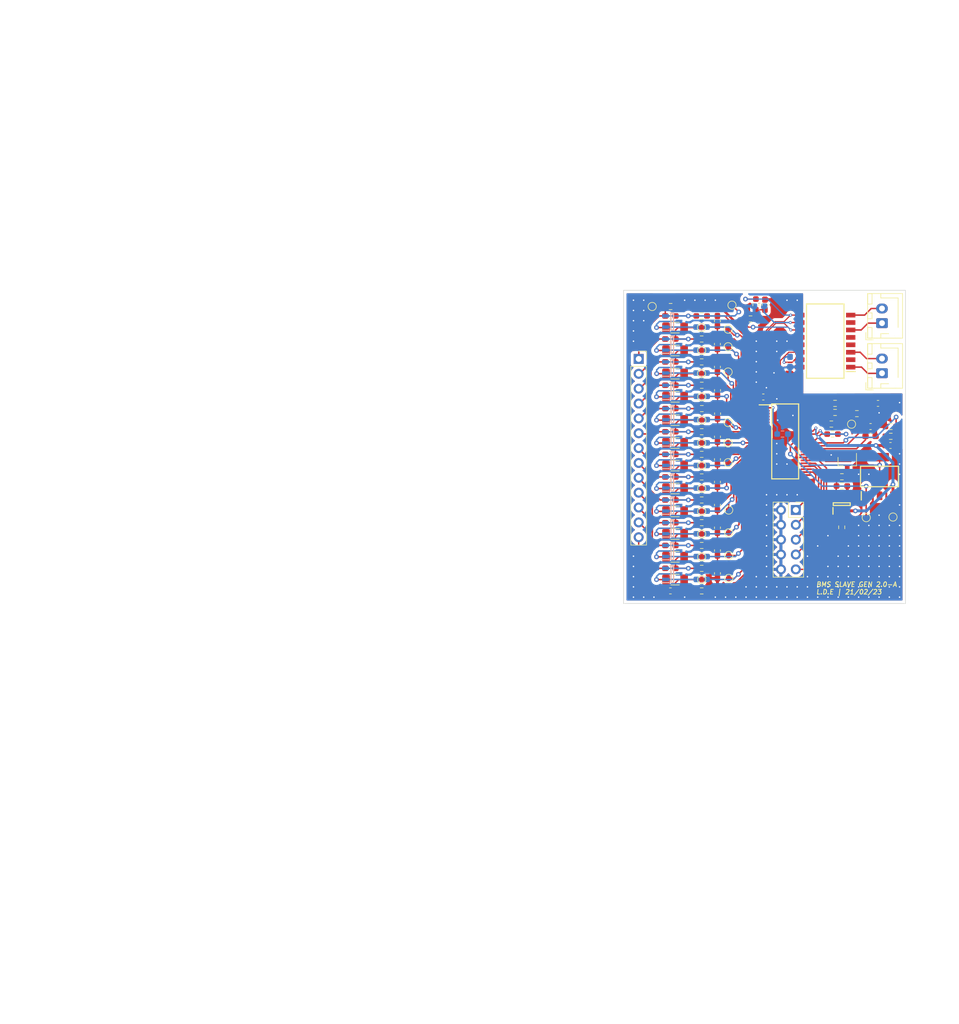
<source format=kicad_pcb>
(kicad_pcb (version 20211014) (generator pcbnew)
  (title_block (title "BMS Slave Module") (date "2023-05-04") (rev "1") (company "Team Swinburne") (comment 1 "Designer: Luke D'Elton"))
  (layers (0 "F.Cu" signal) (31 "B.Cu" signal) (34 "B.Paste" user) (35 "F.Paste" user) (36 "B.SilkS" user "B.Silkscreen") (37 "F.SilkS" user "F.Silkscreen") (38 "B.Mask" user) (39 "F.Mask" user) (44 "Edge.Cuts" user))
  (net 0 "")
  (net 1 "GND")
  (net 2 "Net-(C1-Pad2)")
  (net 3 "/VREG")
  (net 4 "Net-(C3-Pad1)")
  (net 5 "Net-(C4-Pad1)")
  (net 6 "Net-(C5-Pad1)")
  (net 7 "/C11")
  (net 8 "/C12")
  (net 9 "/C10")
  (net 10 "/C9")
  (net 11 "/C8")
  (net 12 "/C7")
  (net 13 "/C6")
  (net 14 "/C5")
  (net 15 "/C4")
  (net 16 "/C3")
  (net 17 "/C2")
  (net 18 "/C1")
  (net 19 "/V+")
  (net 20 "/Balancing and Filtering/BATT_12")
  (net 21 "/B11")
  (net 22 "/Balancing and Filtering/BATT_11")
  (net 23 "/B10")
  (net 24 "/Balancing and Filtering/BATT_10")
  (net 25 "/B9")
  (net 26 "/Balancing and Filtering/BATT_9")
  (net 27 "/B8")
  (net 28 "/Balancing and Filtering/BATT_8")
  (net 29 "Net-(F6-Pad1)")
  (net 30 "/Balancing and Filtering/BATT_7")
  (net 31 "/B6")
  (net 32 "/Balancing and Filtering/BATT_6")
  (net 33 "/B5")
  (net 34 "/Balancing and Filtering/BATT_5")
  (net 35 "/B4")
  (net 36 "/Balancing and Filtering/BATT_4")
  (net 37 "/B3")
  (net 38 "/Balancing and Filtering/BATT_3")
  (net 39 "/B2")
  (net 40 "/Balancing and Filtering/BATT_2")
  (net 41 "/B1")
  (net 42 "/Balancing and Filtering/BATT_1")
  (net 43 "/B0")
  (net 44 "/Balancing and Filtering/BATT_0")
  (net 45 "/IPA (ISO)")
  (net 46 "/IMA (ISO)")
  (net 47 "/VTEMP")
  (net 48 "/T4")
  (net 49 "/T3")
  (net 50 "/T2")
  (net 51 "/T1")
  (net 52 "/DTEN")
  (net 53 "Net-(Q1-Pad1)")
  (net 54 "Net-(Q2-Pad1)")
  (net 55 "Net-(Q2-Pad2)")
  (net 56 "Net-(Q3-Pad1)")
  (net 57 "Net-(Q3-Pad3)")
  (net 58 "Net-(Q4-Pad1)")
  (net 59 "Net-(Q4-Pad3)")
  (net 60 "Net-(Q5-Pad1)")
  (net 61 "Net-(Q5-Pad3)")
  (net 62 "Net-(Q6-Pad1)")
  (net 63 "Net-(Q6-Pad3)")
  (net 64 "Net-(Q7-Pad1)")
  (net 65 "Net-(Q7-Pad3)")
  (net 66 "Net-(Q8-Pad1)")
  (net 67 "Net-(Q8-Pad3)")
  (net 68 "Net-(Q9-Pad1)")
  (net 69 "Net-(Q9-Pad3)")
  (net 70 "Net-(Q10-Pad1)")
  (net 71 "Net-(Q10-Pad3)")
  (net 72 "Net-(Q11-Pad1)")
  (net 73 "Net-(Q11-Pad3)")
  (net 74 "Net-(Q12-Pad1)")
  (net 75 "Net-(Q12-Pad3)")
  (net 76 "Net-(Q13-Pad1)")
  (net 77 "Net-(Q13-Pad3)")
  (net 78 "Net-(Q14-Pad1)")
  (net 79 "Net-(Q14-Pad3)")
  (net 80 "/ISO_SPI_N")
  (net 81 "/ISO_SPI_P")
  (net 82 "Net-(C19-Pad1)")
  (net 83 "/S12")
  (net 84 "/S11")
  (net 85 "/S10")
  (net 86 "/S9")
  (net 87 "/S8")
  (net 88 "/S7")
  (net 89 "/S6")
  (net 90 "/S5")
  (net 91 "/S4")
  (net 92 "/S3")
  (net 93 "/S2")
  (net 94 "/S1")
  (net 98 "Net-(C20-Pad1)")
  (net 100 "/IPB (ISO)")
  (net 101 "/IMB (ISO)")
  (net 104 "Net-(R7-Pad1)")
  (net 105 "Net-(Q15-Pad3)")
  (net 108 "/ISO_SPI_+")
  (net 109 "/ISO_SPI_-")
  (net 110 "Net-(J4-Pad9)")
  (net 111 "/TCON")
  (net 112 "Net-(U1-Pad46)")
  (net 113 "Net-(U1-Pad45)")
  (net 114 "Net-(T1-Pad10)")
  (footprint "Resistor_SMD:R_1206_3216Metric_Pad1.30x1.75mm_HandSolder" (layer "F.Cu") (at 133.9345 114.5286)
    (fp_text reference "R47" hide)
    (fp_text value "33R" hide)
  )
  (footprint "TestPoint:TestPoint_Pad_D1.0mm" (layer "F.Cu") (at 138.4878 110.6424)
    (fp_text reference "TP15" hide)
    (fp_text value "TestPoint" hide)
  )
  (footprint "Resistor_SMD:R_0603_1608Metric_Pad0.98x0.95mm_HandSolder" (layer "F.Cu") (at 133.1717 67.8434 180)
    (fp_text reference "R10" hide)
    (fp_text value "100R" hide)
  )
  (footprint "Resistor_SMD:R_0603_1608Metric_Pad0.98x0.95mm_HandSolder" (layer "F.Cu") (at 161.29 84.4042)
    (fp_text reference "R4" hide)
    (fp_text value "50R" hide)
  )
  (footprint "TestPoint:TestPoint_Pad_D1.0mm" (layer "F.Cu") (at 143.002 79.0448)
    (fp_text reference "TP28" hide)
    (fp_text value "TestPoint" hide)
  )
  (footprint "Capacitor_SMD:C_0603_1608Metric_Pad1.08x0.95mm_HandSolder" (layer "F.Cu") (at 149.0218 83.312 180)
    (fp_text reference "C5" hide)
    (fp_text value "0.1uF" hide)
  )
  (footprint "Resistor_SMD:R_1206_3216Metric_Pad1.30x1.75mm_HandSolder" (layer "F.Cu") (at 133.9342 71.4502)
    (fp_text reference "R36" hide)
    (fp_text value "33R" hide)
  )
  (footprint "Capacitor_SMD:C_0603_1608Metric_Pad1.08x0.95mm_HandSolder" (layer "F.Cu") (at 141.1802 105.6629 90)
    (fp_text reference "C15" hide)
    (fp_text value "0.1uF" hide)
  )
  (footprint "Capacitor_SMD:C_0603_1608Metric_Pad1.08x0.95mm_HandSolder" (layer "F.Cu") (at 168.6306 84.4042)
    (fp_text reference "C20" hide)
    (fp_text value "0.1uF" hide)
  )
  (footprint "BMS_Library:LTC6811" (layer "F.Cu") (at 152.7622 90.9056)
    (fp_text reference "U1" hide)
    (fp_text value "LTC6811" hide)
  )
  (footprint "Resistor_SMD:R_0603_1608Metric_Pad0.98x0.95mm_HandSolder" (layer "F.Cu") (at 138.4878 89.2556 180)
    (fp_text reference "R21" hide)
    (fp_text value "100R" hide)
  )
  (footprint "Resistor_SMD:R_0603_1608Metric_Pad0.98x0.95mm_HandSolder" (layer "F.Cu") (at 160.655 87.9348)
    (fp_text reference "R6" hide)
    (fp_text value "BIAS RESISTOR (VALUE CHANGES)" hide)
  )
  (footprint "Resistor_SMD:R_0603_1608Metric_Pad0.98x0.95mm_HandSolder" (layer "F.Cu") (at 138.4808 73.406 180)
    (fp_text reference "R13" hide)
    (fp_text value "100R" hide)
  )
  (footprint "Fuse:Fuse_0603_1608Metric_Pad1.05x0.95mm_HandSolder" (layer "F.Cu") (at 133.1345 96.9772)
    (fp_text reference "F8" hide)
    (fp_text value "MFU0805FF04000P100" hide)
  )
  (footprint "TestPoint:TestPoint_Pad_D1.0mm" (layer "F.Cu") (at 143.1036 110.4116)
    (fp_text reference "TP35" hide)
    (fp_text value "TestPoint" hide)
  )
  (footprint "Resistor_SMD:R_0603_1608Metric_Pad0.98x0.95mm_HandSolder" (layer "F.Cu") (at 138.4878 104.8004 180)
    (fp_text reference "R32" hide)
    (fp_text value "100R" hide)
  )
  (footprint "Connector_JST:JST_XH_B2B-XH-AM_1x02_P2.50mm_Vertical" (layer "F.Cu") (at 169.3164 70.6882 90)
    (fp_text reference "J1" hide)
    (fp_text value "S2B-PH-K-S_LF__SN_" hide)
  )
  (footprint "TestPoint:TestPoint_Pad_D1.0mm" (layer "F.Cu") (at 143.002 87.6808)
    (fp_text reference "TP29" hide)
    (fp_text value "TestPoint" hide)
  )
  (footprint "Capacitor_SMD:C_0603_1608Metric_Pad1.08x0.95mm_HandSolder" (layer "F.Cu") (at 141.1802 90.1181 90)
    (fp_text reference "C11" hide)
    (fp_text value "0.1uF" hide)
  )
  (footprint "Resistor_SMD:R_0603_1608Metric_Pad0.98x0.95mm_HandSolder" (layer "F.Cu") (at 162.433 105.5878 90)
    (fp_text reference "R2" hide)
    (fp_text value "100k" hide)
  )
  (footprint "Fuse:Fuse_0603_1608Metric_Pad1.05x0.95mm_HandSolder" (layer "F.Cu") (at 133.1342 73.406)
    (fp_text reference "F2" hide)
    (fp_text value "MFU0805FF04000P100" hide)
  )
  (footprint "TestPoint:TestPoint_Pad_D1.0mm" (layer "F.Cu") (at 143.1036 102.6392)
    (fp_text reference "TP33" hide)
    (fp_text value "TestPoint" hide)
  )
  (footprint "TestPoint:TestPoint_Pad_D1.0mm" (layer "F.Cu") (at 138.4878 75.3618)
    (fp_text reference "TP6" hide)
    (fp_text value "TestPoint" hide)
  )
  (footprint "Resistor_SMD:R_0603_1608Metric_Pad0.98x0.95mm_HandSolder" (layer "F.Cu") (at 170.8172 88.3542)
    (fp_text reference "R49" hide)
    (fp_text value "100R" hide)
  )
  (footprint "Resistor_SMD:R_0603_1608Metric_Pad0.98x0.95mm_HandSolder" (layer "F.Cu") (at 138.4878 116.459 180)
    (fp_text reference "R35" hide)
    (fp_text value "100R" hide)
  )
  (footprint "Resistor_SMD:R_1206_3216Metric_Pad1.30x1.75mm_HandSolder" (layer "F.Cu") (at 133.9342 83.2866)
    (fp_text reference "R39" hide)
    (fp_text value "33R" hide)
  )
  (footprint "Fuse:Fuse_0603_1608Metric_Pad1.05x0.95mm_HandSolder" (layer "F.Cu") (at 133.1342 85.2932)
    (fp_text reference "F5" hide)
    (fp_text value "MFU0805FF04000P100" hide)
  )
  (footprint "Resistor_SMD:R_1206_3216Metric_Pad1.30x1.75mm_HandSolder" (layer "F.Cu") (at 133.9345 95.0468)
    (fp_text reference "R42" hide)
    (fp_text value "33R" hide)
  )
  (footprint "Resistor_SMD:R_0603_1608Metric_Pad0.98x0.95mm_HandSolder" (layer "F.Cu") (at 161.29 85.9536 180)
    (fp_text reference "R5" hide)
    (fp_text value "50R" hide)
  )
  (footprint "TestPoint:TestPoint_Pad_D1.0mm" (layer "F.Cu") (at 143.002 71.7296)
    (fp_text reference "TP25" hide)
    (fp_text value "TestPoint" hide)
  )
  (footprint "Capacitor_SMD:C_0603_1608Metric_Pad1.08x0.95mm_HandSolder" (layer "F.Cu") (at 149.3012 67.5386 90)
    (fp_text reference "C19" hide)
    (fp_text value "0.1uF" hide)
  )
  (footprint "Resistor_SMD:R_0603_1608Metric_Pad0.98x0.95mm_HandSolder" (layer "F.Cu") (at 138.4966 81.3054 180)
    (fp_text reference "R17" hide)
    (fp_text value "100R" hide)
  )
  (footprint "Connector_PinSocket_2.54mm:PinSocket_1x13_P2.54mm_Vertical" (layer "F.Cu") (at 127.7112 76.8096)
    (fp_text reference "J2" hide)
    (fp_text value "Conn_01x13_Male" hide)
  )
  (footprint "Resistor_SMD:R_0603_1608Metric_Pad0.98x0.95mm_HandSolder" (layer "F.Cu") (at 138.4878 112.5982 180)
    (fp_text reference "R34" hide)
    (fp_text value "100R" hide)
  )
  (footprint "Fuse:Fuse_0603_1608Metric_Pad1.05x0.95mm_HandSolder" (layer "F.Cu") (at 133.1342 93.1164)
    (fp_text reference "F7" hide)
    (fp_text value "MFU0805FF04000P100" hide)
  )
  (footprint "Fuse:Fuse_0603_1608Metric_Pad1.05x0.95mm_HandSolder" (layer "F.Cu") (at 133.1345 112.5982)
    (fp_text reference "F12" hide)
    (fp_text value "MFU0805FF04000P100" hide)
  )
  (footprint "Capacitor_SMD:C_0603_1608Metric_Pad1.08x0.95mm_HandSolder" (layer "F.Cu") (at 167.3617 88.3666)
    (fp_text reference "C4" hide)
    (fp_text value "0.1uF" hide)
  )
  (footprint "Capacitor_SMD:C_0603_1608Metric_Pad1.08x0.95mm_HandSolder" (layer "F.Cu") (at 141.1802 109.5491 90)
    (fp_text reference "C16" hide)
    (fp_text value "0.1uF" hide)
  )
  (footprint "Fuse:Fuse_0603_1608Metric_Pad1.05x0.95mm_HandSolder" (layer "F.Cu") (at 133.1345 116.459)
    (fp_text reference "F13" hide)
    (fp_text value "MFU0805FF04000P100" hide)
  )
  (footprint "Connector_PinSocket_2.54mm:PinSocket_2x05_P2.54mm_Vertical" (layer "F.Cu") (at 154.579 102.6206)
    (fp_text reference "J4" hide)
    (fp_text value "Conn_02x05_Counter_Clockwise" hide)
  )
  (footprint "BMS_Library:SOT230P700X180-4N" (layer "F.Cu") (at 168.896 96.901 90)
    (fp_text reference "Q2" hide)
    (fp_text value "CZT5551CT-ND" hide)
  )
  (footprint "Resistor_SMD:R_0603_1608Metric_Pad0.98x0.95mm_HandSolder" (layer "F.Cu") (at 162.4584 98.5266 180)
    (fp_text reference "R52" hide)
    (fp_text value "50k" hide)
  )
  (footprint "Fuse:Fuse_0603_1608Metric_Pad1.05x0.95mm_HandSolder" (layer "F.Cu") (at 133.1348 77.3176)
    (fp_text reference "F3" hide)
    (fp_text value "MFU0805FF04000P100" hide)
  )
  (footprint "Fuse:Fuse_0603_1608Metric_Pad1.05x0.95mm_HandSolder" (layer "F.Cu") (at 133.1345 100.9142)
    (fp_text reference "F9" hide)
    (fp_text value "MFU0805FF04000P100" hide)
  )
  (footprint "Capacitor_SMD:C_0603_1608Metric_Pad1.08x0.95mm_HandSolder" (layer "F.Cu") (at 141.189 82.1679 90)
    (fp_text reference "C9" hide)
    (fp_text value "0.1uF" hide)
  )
  (footprint "TestPoint:TestPoint_Pad_D1.0mm" (layer "F.Cu") (at 138.4878 91.1556)
    (fp_text reference "TP10" hide)
    (fp_text value "TestPoint" hide)
  )
  (footprint "Resistor_SMD:R_0603_1608Metric_Pad0.98x0.95mm_HandSolder" (layer "F.Cu") (at 138.4878 93.1164 180)
    (fp_text reference "R29" hide)
    (fp_text value "100R" hide)
  )
  (footprint "TestPoint:TestPoint_Pad_D1.0mm" (layer "F.Cu") (at 143.002 74.7268)
    (fp_text reference "TP27" hide)
    (fp_text value "TestPoint" hide)
  )
  (footprint "Resistor_SMD:R_0603_1608Metric_Pad0.98x0.95mm_HandSolder" (layer "F.Cu") (at 170.8172 90.0306)
    (fp_text reference "R48" hide)
    (fp_text value "100R" hide)
  )
  (footprint "BMS_Library:SOT95P260X110-3N" (layer "F.Cu") (at 162.433 101.6254 90)
    (fp_text reference "Q1" hide)
    (fp_text value "BSS308PE_H6327" hide)
  )
  (footprint "Resistor_SMD:R_0603_1608Metric_Pad0.98x0.95mm_HandSolder" (layer "F.Cu") (at 138.4878 100.9142 180)
    (fp_text reference "R31" hide)
    (fp_text value "100R" hide)
  )
  (footprint "Resistor_SMD:R_1206_3216Metric_Pad1.30x1.75mm_HandSolder" (layer "F.Cu") (at 133.9345 102.87)
    (fp_text reference "R44" hide)
    (fp_text value "33R" hide)
  )
  (footprint "Resistor_SMD:R_1206_3216Metric_Pad1.30x1.75mm_HandSolder" (layer "F.Cu") (at 133.9345 98.9584)
    (fp_text reference "R43" hide)
    (fp_text value "33R" hide)
  )
  (footprint "BMS_Library:SOIC127P940X597-16N" (layer "F.Cu") (at 159.6136 73.7616 180)
    (fp_text reference "T1" hide)
    (fp_text value "HX1188NL" hide)
  )
  (footprint "Resistor_SMD:R_0603_1608Metric_Pad0.98x0.95mm_HandSolder" (layer "F.Cu") (at 147.7518 67.4886 90)
    (fp_text reference "R3" hide)
    (fp_text value "50R" hide)
  )
  (footprint "Capacitor_SMD:C_0603_1608Metric_Pad1.08x0.95mm_HandSolder" (layer "F.Cu") (at 141.1732 70.3326 90)
    (fp_text reference "C6" hide)
    (fp_text value "0.1uF" hide)
  )
  (footprint "Fuse:Fuse_0603_1608Metric_Pad1.05x0.95mm_HandSolder" (layer "F.Cu") (at 133.1348 81.3054)
    (fp_text reference "F4" hide)
    (fp_text value "MFU0805FF04000P100" hide)
  )
  (footprint "Resistor_SMD:R_1206_3216Metric_Pad1.30x1.75mm_HandSolder" (layer "F.Cu") (at 133.9348 79.3242)
    (fp_text reference "R38" hide)
    (fp_text value "33R" hide)
  )
  (footprint "Capacitor_SMD:C_0603_1608Metric_Pad1.08x0.95mm_HandSolder" (layer "F.Cu") (at 141.1802 113.4607 90)
    (fp_text reference "C17" hide)
    (fp_text value "0.1uF" hide)
  )
  (footprint "Fuse:Fuse_0603_1608Metric_Pad1.05x0.95mm_HandSolder" (layer "F.Cu") (at 133.1345 108.6866)
    (fp_text reference "F11" hide)
    (fp_text value "MFU0805FF04000P100" hide)
  )
  (footprint "Resistor_SMD:R_1206_3216Metric_Pad1.30x1.75mm_HandSolder" (layer "F.Cu") (at 133.9342 87.2744)
    (fp_text reference "R40" hide)
    (fp_text value "33R" hide)
  )
  (footprint "TestPoint:TestPoint_Pad_D1.0mm" (layer "F.Cu") (at 138.5062 87.2744)
    (fp_text reference "TP9" hide)
    (fp_text value "TestPoint" hide)
  )
  (footprint "Capacitor_SMD:C_0603_1608Metric_Pad1.08x0.95mm_HandSolder" (layer "F.Cu") (at 141.1802 101.7767 90)
    (fp_text reference "C14" hide)
    (fp_text value "0.1uF" hide)
  )
  (footprint "Fuse:Fuse_0603_1608Metric_Pad1.05x0.95mm_HandSolder" (layer "F.Cu") (at 133.1342 69.4588)
    (fp_text reference "F1" hide)
    (fp_text value "MFU0805FF04000P100" hide)
  )
  (footprint "Resistor_SMD:R_0603_1608Metric_Pad0.98x0.95mm_HandSolder" (layer "F.Cu") (at 162.4584 96.9518)
    (fp_text reference "R53" hide)
    (fp_text value "100R" hide)
  )
  (footprint "Resistor_SMD:R_0603_1608Metric_Pad0.98x0.95mm_HandSolder" (layer "F.Cu") (at 138.4826 77.3176 180)
    (fp_text reference "R15" hide)
    (fp_text value "100R" hide)
  )
  (footprint "TestPoint:TestPoint_Pad_D1.0mm" (layer "F.Cu") (at 138.4966 83.2866)
    (fp_text reference "TP8" hide)
    (fp_text value "TestPoint" hide)
  )
  (footprint "Resistor_SMD:R_0603_1608Metric_Pad0.98x0.95mm_HandSolder" (layer "F.Cu") (at 138.4878 108.6866 180)
    (fp_text reference "R33" hide)
    (fp_text value "100R" hide)
  )
  (footprint "TestPoint:TestPoint_Pad_D1.0mm" (layer "F.Cu") (at 166.624 103.9368)
    (fp_text reference "TP1" hide)
    (fp_text value "TestPoint" hide)
  )
  (footprint "Package_TO_SOT_SMD:SOT-23" (layer "F.Cu") (at 163.3728 94.3356 -90)
    (fp_text reference "Q15" hide)
    (fp_text value "DTC114E" hide)
  )
  (footprint "Capacitor_SMD:C_0603_1608Metric_Pad1.08x0.95mm_HandSolder" (layer "F.Cu") (at 141.1732 74.2685 90)
    (fp_text reference "C7" hide)
    (fp_text value "0.1uF" hide)
  )
  (footprint "TestPoint:TestPoint_Pad_D1.0mm" (layer "F.Cu") (at 143.6624 67.6148)
    (fp_text reference "TP4" hide)
    (fp_text value "TestPoint" hide)
  )
  (footprint "Resistor_SMD:R_1206_3216Metric_Pad1.30x1.75mm_HandSolder" (layer "F.Cu") (at 133.9345 110.6424)
    (fp_text reference "R46" hide)
    (fp_text value "33R" hide)
  )
  (footprint "TestPoint:TestPoint_Pad_D1.0mm" (layer "F.Cu") (at 130.0226 67.8434)
    (fp_text reference "TP2" hide)
    (fp_text value "TestPoint" hide)
  )
  (footprint "Fuse:Fuse_0603_1608Metric_Pad1.05x0.95mm_HandSolder" (layer "F.Cu") (at 133.1345 104.8004)
    (fp_text reference "F10" hide)
    (fp_text value "MFU0805FF04000P100" hide)
  )
  (footprint "TestPoint:TestPoint_Pad_D1.0mm" (layer "F.Cu") (at 171.196 103.8352)
    (fp_text reference "TP3" hide)
    (fp_text value "TestPoint" hide)
  )
  (footprint "Resistor_SMD:R_0603_1608Metric_Pad0.98x0.95mm_HandSolder" (layer "F.Cu") (at 138.4808 69.4588 180)
    (fp_text reference "R11" hide)
    (fp_text value "100R" hide)
  )
  (footprint "Capacitor_SMD:C_0603_1608Metric_Pad1.08x0.95mm_HandSolder" (layer "F.Cu") (at 170.7672 91.6054)
    (fp_text reference "C2" hide)
    (fp_text value "0.1uF" hide)
  )
  (footprint "TestPoint:TestPoint_Pad_D1.0mm" (layer "F.Cu") (at 138.4878 98.9584)
    (fp_text reference "TP12" hide)
    (fp_text value "TestPoint" hide)
  )
  (footprint "TestPoint:TestPoint_Pad_D1.0mm" (layer "F.Cu") (at 138.4878 95.0468)
    (fp_text reference "TP11" hide)
    (fp_text value "TestPoint" hide)
  )
  (footprint "Capacitor_SMD:C_0603_1608Metric_Pad1.08x0.95mm_HandSolder" (layer "F.Cu") (at 141.1986 86.1557 90)
    (fp_text reference "C10" hide)
    (fp_text value "0.1uF" hide)
  )
  (footprint "Resistor_SMD:R_1206_3216Metric_Pad1.30x1.75mm_HandSolder" (layer "F.Cu") (at 133.9342 91.186)
    (fp_text reference "R41" hide)
    (fp_text value "33R" hide)
  )
  (footprint "Resistor_SMD:R_0603_1608Metric_Pad0.98x0.95mm_HandSolder" (layer "F.Cu") (at 160.8582 89.6556 180)
    (fp_text reference "R7" hide)
    (fp_text value "1.0M" hide)
  )
  (footprint "Capacitor_SMD:C_0603_1608Metric_Pad1.08x0.95mm_HandSolder" (layer "F.Cu") (at 167.3628 90.0306)
    (fp_text reference "C3" hide)
    (fp_text value "0.1uF" hide)
  )
  (footprint "TestPoint:TestPoint_Pad_D1.0mm" (layer "F.Cu") (at 138.4554 71.4502)
    (fp_text reference "TP5" hide)
    (fp_text value "TestPoint" hide)
  )
  (footprint "Resistor_SMD:R_0603_1608Metric_Pad0.98x0.95mm_HandSolder" (layer "F.Cu") (at 146.8393 69.977)
    (fp_text reference "R1" hide)
    (fp_text value "50R" hide)
  )
  (footprint "Fuse:Fuse_0603_1608Metric_Pad1.05x0.95mm_HandSolder" (layer "F.Cu") (at 133.1342 89.2556)
    (fp_text reference "F6" hide)
    (fp_text value "MFU0805FF04000P100" hide)
  )
  (footprint "TestPoint:TestPoint_Pad_D1.0mm" (layer "F.Cu") (at 143.1036 106.5254)
    (fp_text reference "TP34" hide)
    (fp_text value "TestPoint" hide)
  )
  (footprint "Resistor_SMD:R_0603_1608Metric_Pad0.98x0.95mm_HandSolder" (layer "F.Cu") (at 165.0219 86.1556)
    (fp_text reference "R8" hide)
    (fp_text value "BIAS RESISTOR (VALUE CAN CHANGE)" hide)
  )
  (footprint "Resistor_SMD:R_0603_1608Metric_Pad0.98x0.95mm_HandSolder" (layer "F.Cu") (at 138.5062 85.2932 180)
    (fp_text reference "R19" hide)
    (fp_text value "100R" hide)
  )
  (footprint "TestPoint:TestPoint_Pad_D1.0mm" (layer "F.Cu") (at 143.002 91.1556)
    (fp_text reference "TP30" hide)
    (fp_text value "TestPoint" hide)
  )
  (footprint "TestPoint:TestPoint_Pad_D1.0mm" (layer "F.Cu") (at 143.1036 114.3232)
    (fp_text reference "TP36" hide)
    (fp_text value "TestPoint" hide)
  )
  (footprint "TestPoint:TestPoint_Pad_D1.0mm" (layer "F.Cu") (at 143.002 94.5388)
    (fp_text reference "TP31" hide)
    (fp_text value "TestPoint" hide)
  )
  (footprint "TestPoint:TestPoint_Pad_D1.0mm" (layer "F.Cu") (at 164.1094 87.9583)
    (fp_text reference "TP17" hide)
    (fp_text value "TestPoint" hide)
  )
  (footprint "Capacitor_SMD:C_0603_1608Metric_Pad1.08x0.95mm_HandSolder" (layer "F.Cu") (at 141.175 78.1801 90)
    (fp_text reference "C8" hide)
    (fp_text value "0.1uF" hide)
  )
  (footprint "TestPoint:TestPoint_Pad_D1.0mm" (layer "F.Cu") (at 138.4572 79.3242)
    (fp_text reference "TP7" hide)
    (fp_text value "TestPoint" hide)
  )
  (footprint "TestPoint:TestPoint_Pad_D1.0mm" (layer "F.Cu") (at 138.4878 106.7308)
    (fp_text reference "TP14" hide)
    (fp_text value "TestPoint" hide)
  )
  (footprint "Capacitor_SMD:C_0603_1608Metric_Pad1.08x0.95mm_HandSolder" (layer "F.Cu") (at 141.1802 93.9789 90)
    (fp_text reference "C12" hide)
    (fp_text value "0.1uF" hide)
  )
  (footprint "Resistor_SMD:R_1206_3216Metric_Pad1.30x1.75mm_HandSolder" (layer "F.Cu") (at 133.9345 106.7308)
    (fp_text reference "R45" hide)
    (fp_text value "33R" hide)
  )
  (footprint "Resistor_SMD:R_0603_1608Metric_Pad0.98x0.95mm_HandSolder" (layer "F.Cu") (at 138.4878 96.9772 180)
    (fp_text reference "R30" hide)
    (fp_text value "100R" hide)
  )
  (footprint "Resistor_SMD:R_1206_3216Metric_Pad1.30x1.75mm_HandSolder" (layer "F.Cu") (at 133.9348 75.3618)
    (fp_text reference "R37" hide)
    (fp_text value "33R" hide)
  )
  (footprint "Capacitor_SMD:C_0603_1608Metric_Pad1.08x0.95mm_HandSolder" (layer "F.Cu") (at 141.1802 97.8397 90)
    (fp_text reference "C13" hide)
    (fp_text value "0.1uF" hide)
  )
  (footprint "TestPoint:TestPoint_Pad_D1.0mm" (layer "F.Cu") (at 138.4878 114.5286)
    (fp_text reference "TP16" hide)
    (fp_text value "TestPoint" hide)
  )
  (footprint "TestPoint:TestPoint_Pad_D1.0mm" (layer "F.Cu") (at 138.4878 102.87)
    (fp_text reference "TP13" hide)
    (fp_text value "TestPoint" hide)
  )
  (footprint "Connector_JST:JST_XH_B2B-XH-AM_1x02_P2.50mm_Vertical" (layer "F.Cu") (at 169.3164 79.248 90)
    (fp_text reference "J3" hide)
    (fp_text value "S2B-PH-K-S_LF__SN_" hide)
  )
  (footprint "BMS_Library:SOT95P260X110-3N" (layer "B.Cu") (at 133.4586 113.5482)
    (fp_text reference "Q14" hide)
    (fp_text value "BSS308PE_H6327" hide)
  )
  (footprint "Resistor_SMD:R_0603_1608Metric_Pad0.98x0.95mm_HandSolder" (layer "B.Cu") (at 138.4878 102.8142 180)
    (fp_text reference "R25" hide)
    (fp_text value "3.3k" hide)
  )
  (footprint "Resistor_SMD:R_0603_1608Metric_Pad0.98x0.95mm_HandSolder" (layer "B.Cu") (at 138.4878 91.1556 180)
    (fp_text reference "R22" hide)
    (fp_text value "3.3k" hide)
  )
  (footprint "Resistor_SMD:R_0603_1608Metric_Pad0.98x0.95mm_HandSolder" (layer "B.Cu") (at 138.4966 83.2054 180)
    (fp_text reference "R18" hide)
    (fp_text value "3.3k" hide)
  )
  (footprint "BMS_Library:SOT95P260X110-3N" (layer "B.Cu") (at 133.4516 70.4088)
    (fp_text reference "Q3" hide)
    (fp_text value "BSS308PE_H6327" hide)
  )
  (footprint "BMS_Library:SOT95P260X110-3N" (layer "B.Cu") (at 133.4674 82.2554)
    (fp_text reference "Q6" hide)
    (fp_text value "BSS308PE_H6327" hide)
  )
  (footprint "Resistor_SMD:R_0603_1608Metric_Pad0.98x0.95mm_HandSolder" (layer "B.Cu") (at 138.4572 79.2176 180)
    (fp_text reference "R16" hide)
    (fp_text value "3.3k" hide)
  )
  (footprint "Resistor_SMD:R_0603_1608Metric_Pad0.98x0.95mm_HandSolder" (layer "B.Cu") (at 138.4554 75.306 180)
    (fp_text reference "R14" hide)
    (fp_text value "3.3k" hide)
  )
  (footprint "BMS_Library:SOT95P260X110-3N" (layer "B.Cu") (at 133.4586 101.8642)
    (fp_text reference "Q11" hide)
    (fp_text value "BSS308PE_H6327" hide)
  )
  (footprint "Resistor_SMD:R_0603_1608Metric_Pad0.98x0.95mm_HandSolder" (layer "B.Cu") (at 138.4878 110.5866 180)
    (fp_text reference "R27" hide)
    (fp_text value "3.3k" hide)
  )
  (footprint "BMS_Library:SOT95P260X110-3N" (layer "B.Cu") (at 133.4586 109.6366)
    (fp_text reference "Q13" hide)
    (fp_text value "BSS308PE_H6327" hide)
  )
  (footprint "Resistor_SMD:R_0603_1608Metric_Pad0.98x0.95mm_HandSolder" (layer "B.Cu") (at 138.5062 87.1728 180)
    (fp_text reference "R20" hide)
    (fp_text value "3.3k" hide)
  )
  (footprint "BMS_Library:SOT95P260X110-3N" (layer "B.Cu") (at 133.4586 90.2056)
    (fp_text reference "Q8" hide)
    (fp_text value "BSS308PE_H6327" hide)
  )
  (footprint "BMS_Library:SOT95P260X110-3N" (layer "B.Cu") (at 133.477 86.2432)
    (fp_text reference "Q7" hide)
    (fp_text value "BSS308PE_H6327" hide)
  )
  (footprint "Resistor_SMD:R_0603_1608Metric_Pad0.98x0.95mm_HandSolder" (layer "B.Cu") (at 138.4878 98.8772 180)
    (fp_text reference "R24" hide)
    (fp_text value "3.3k" hide)
  )
  (footprint "Resistor_SMD:R_0603_1608Metric_Pad0.98x0.95mm_HandSolder" (layer "B.Cu") (at 138.4878 114.4982 180)
    (fp_text reference "R28" hide)
    (fp_text value "3.3k" hide)
  )
  (footprint "Capacitor_SMD:C_0603_1608Metric_Pad1.08x0.95mm_HandSolder" (layer "B.Cu") (at 148.3106 67.7926)
    (fp_text reference "C18" hide)
    (fp_text value "0.01uF" hide)
  )
  (footprint "Capacitor_SMD:C_0603_1608Metric_Pad1.08x0.95mm_HandSolder" (layer "B.Cu") (at 153.5938 77.3176 90)
    (fp_text reference "C1" hide)
    (fp_text value "0.01uF" hide)
  )
  (footprint "BMS_Library:SOT95P260X110-3N" (layer "B.Cu") (at 133.4516 74.356)
    (fp_text reference "Q4" hide)
    (fp_text value "BSS308PE_H6327" hide)
  )
  (footprint "Resistor_SMD:R_0603_1608Metric_Pad0.98x0.95mm_HandSolder" (layer "B.Cu") (at 152.3071 89.6514 180)
    (fp_text reference "R9" hide)
    (fp_text value "100R" hide)
  )
  (footprint "BMS_Library:SOT95P260X110-3N" (layer "B.Cu") (at 133.4586 97.9272)
    (fp_text reference "Q10" hide)
    (fp_text value "BSS308PE_H6327" hide)
  )
  (footprint "Resistor_SMD:R_0603_1608Metric_Pad0.98x0.95mm_HandSolder" (layer "B.Cu") (at 138.4878 95.0164 180)
    (fp_text reference "R23" hide)
    (fp_text value "3.3k" hide)
  )
  (footprint "BMS_Library:SOT95P260X110-3N" (layer "B.Cu") (at 133.4534 78.2676)
    (fp_text reference "Q5" hide)
    (fp_text value "BSS308PE_H6327" hide)
  )
  (footprint "Resistor_SMD:R_0603_1608Metric_Pad0.98x0.95mm_HandSolder" (layer "B.Cu") (at 138.4878 106.7004 180)
    (fp_text reference "R26" hide)
    (fp_text value "3.3k" hide)
  )
  (footprint "BMS_Library:SOT95P260X110-3N" (layer "B.Cu") (at 133.4586 105.7504)
    (fp_text reference "Q12" hide)
    (fp_text value "BSS308PE_H6327" hide)
  )
  (footprint "Resistor_SMD:R_0603_1608Metric_Pad0.98x0.95mm_HandSolder" (layer "B.Cu") (at 138.4554 71.3588 180)
    (fp_text reference "R12" hide)
    (fp_text value "3.3k" hide)
  )
  (footprint "BMS_Library:SOT95P260X110-3N" (layer "B.Cu") (at 133.4586 94.0664)
    (fp_text reference "Q9" hide)
    (fp_text value "BSS308PE_H6327" hide)
  )
  (gr_rect (start 125.1204 118.618) (end 173.3296 65.0748) (layer "Edge.Cuts") (width 0.1) (fill none))
  (gr_text "BMS SLAVE GEN 2.0-A\nL.D.E | 21/02/23" (at 158 116) (layer "F.SilkS") (effects (font (size 0.8 0.8) (thickness 0.15) italic) (justify left)))
  (segment (start 154.3304 95.7072) (end 154.3304 94.234) (width 0.25) (layer "F.Cu") (net 1))
  (segment (start 154.7788 96.1556) (end 154.3304 95.7072) (width 0.25) (layer "F.Cu") (net 1))
  (segment (start 157.988 97.282) (end 157.988 96.6314) (width 0.25) (layer "F.Cu") (net 1))
  (segment (start 156.3122 96.1556) (end 154.7788 96.1556) (width 0.25) (layer "F.Cu") (net 1))
  (segment (start 157.5634 97.7066) (end 157.988 97.282) (width 0.25) (layer "F.Cu") (net 1))
  (segment (start 140.261 114.3232) (end 141.1802 114.3232) (width 0.25) (layer "F.Cu") (net 1))
  (segment (start 139.4003 115.1839) (end 140.261 114.3232) (width 0.25) (layer "F.Cu") (net 1))
  (segment (start 157.988 96.6314) (end 157.5122 96.1556) (width 0.25) (layer "F.Cu") (net 1))
  (segment (start 154.3304 94.234) (end 154.9088 93.6556) (width 0.25) (layer "F.Cu") (net 1))
  (segment (start 139.4003 116.459) (end 142.9512 116.459) (width 0.25) (layer "F.Cu") (net 1))
  (segment (start 147.1172 98.4754) (end 147.886 97.7066) (width 0.25) (layer "F.Cu") (net 1))
  (segment (start 139.4003 116.459) (end 139.4003 115.1839) (width 0.25) (layer "F.Cu") (net 1))
  (segment (start 147.1172 112.293) (end 147.1172 98.4754) (width 0.25) (layer "F.Cu") (net 1))
  (segment (start 156.3122 93.6556) (end 156.3122 94.1556) (width 0.25) (layer "F.Cu") (net 1))
  (segment (start 142.9512 116.459) (end 147.1172 112.293) (width 0.25) (layer "F.Cu") (net 1))
  (segment (start 154.9088 93.6556) (end 156.3122 93.6556) (width 0.25) (layer "F.Cu") (net 1))
  (segment (start 157.5122 96.1556) (end 156.3122 96.1556) (width 0.25) (layer "F.Cu") (net 1))
  (segment (start 147.886 97.7066) (end 157.5634 97.7066) (width 0.25) (layer "F.Cu") (net 1))
  (via (at 168.8204 105.2748) (size 0.5) (drill 0.25) (layers "F.Cu" "B.Cu") (net 1))
  (via (at 160.0704 107.0248) (size 0.5) (drill 0.25) (layers "F.Cu" "B.Cu") (net 1))
  (via (at 139.0704 66.7748) (size 0.5) (drill 0.25) (layers "F.Cu" "B.Cu") (net 1))
  (via (at 147.8204 117.5248) (size 0.5) (drill 0.25) (layers "F.Cu" "B.Cu") (net 1))
  (via (at 163.5704 114.0248) (size 0.5) (drill 0.25) (layers "F.Cu" "B.Cu") (net 1))
  (via (at 167.0704 110.5248) (size 0.5) (drill 0.25) (layers "F.Cu" "B.Cu") (net 1))
  (via (at 130.3204 117.5248) (size 0.5) (drill 0.25) (layers "F.Cu" "B.Cu") (net 1))
  (via (at 160.0704 112.2748) (size 0.5) (drill 0.25) (layers "F.Cu" "B.Cu") (net 1))
  (via (at 153.0704 100.0248) (size 0.5) (drill 0.25) (layers "F.Cu" "B.Cu") (net 1))
  (via (at 163.5704 110.5248) (size 0.5) (drill 0.25) (layers "F.Cu" "B.Cu") (net 1))
  (via (at 151.3204 94.7748) (size 0.5) (drill 0.25) (layers "F.Cu" "B.Cu") (net 1))
  (via (at 168.8204 117.5248) (size 0.5) (drill 0.25) (layers "F.Cu" "B.Cu") (net 1))
  (via (at 149.5704 103.5248) (size 0.5) (drill 0.25) (layers "F.Cu" "B.Cu") (net 1))
  (via (at 158.3204 117.5248) (size 0.5) (drill 0.25) (layers "F.Cu" "B.Cu") (net 1))
  (via (at 149.5704 105.2748) (size 0.5) (drill 0.25) (layers "F.Cu" "B.Cu") (net 1))
  (via (at 142.5704 117.5248) (size 0.5) (drill 0.25) (layers "F.Cu" "B.Cu") (net 1))
  (via (at 172.3204 114.0248) (size 0.5) (drill 0.25) (layers "F.Cu" "B.Cu") (net 1))
  (via (at 126.8204 115.7748) (size 0.5) (drill 0.25) (layers "F.Cu" "B.Cu") (net 1))
  (via (at 149.5704 107.0248) (size 0.5) (drill 0.25) (layers "F.Cu" "B.Cu") (net 1))
  (via (at 165.3204 110.5248) (size 0.5) (drill 0.25) (layers "F.Cu" "B.Cu") (net 1))
  (via (at 170.5704 117.5248) (size 0.5) (drill 0.25) (layers "F.Cu" "B.Cu") (net 1))
  (via (at 126.8204 73.7748) (size 0.5) (drill 0.25) (layers "F.Cu" "B.Cu") (net 1))
  (via (at 154.8204 117.5248) (size 0.5) (drill 0.25) (layers "F.Cu" "B.Cu") (net 1))
  (via (at 163.5704 112.2748) (size 0.5) (drill 0.25) (layers "F.Cu" "B.Cu") (net 1))
  (via (at 167.0704 107.0248) (size 0.5) (drill 0.25) (layers "F.Cu" "B.Cu") (net 1))
  (via (at 156.5704 114.0248) (size 0.5) (drill 0.25) (layers "F.Cu" "B.Cu") (net 1))
  (via (at 126.8204 112.2748) (size 0.5) (drill 0.25) (layers "F.Cu" "B.Cu") (net 1))
  (via (at 151.3204 100.0248) (size 0.5) (drill 0.25) (layers "F.Cu" "B.Cu") (net 1))
  (via (at 147.8204 79.0248) (size 0.5) (drill 0.25) (layers "F.Cu" "B.Cu") (net 1))
  (via (at 167.0704 115.7748) (size 0.5) (drill 0.25) (layers "F.Cu" "B.Cu") (net 1))
  (via (at 165.3204 105.2748) (size 0.5) (drill 0.25) (layers "F.Cu" "B.Cu") (net 1))
  (via (at 170.5704 110.5248) (size 0.5) (drill 0.25) (layers "F.Cu" "B.Cu") (net 1))
  (via (at 151.33 83.63) (size 0.5) (drill 0.25) (layers "F.Cu" "B.Cu") (net 1))
  (via (at 149.5704 115.7748) (size 0.5) (drill 0.25) (layers "F.Cu" "B.Cu") (net 1))
  (via (at 165.3204 117.5248) (size 0.5) (drill 0.25) (layers "F.Cu" "B.Cu") (net 1))
  (via (at 172.3204 115.7748) (size 0.5) (drill 0.25) (layers "F.Cu" "B.Cu") (net 1))
  (via (at 126.8204 66.7748) (size 0.5) (drill 0.25) (layers "F.Cu" "B.Cu") (net 1))
  (via (at 172.3204 107.0248) (size 0.5) (drill 0.25) (layers "F.Cu" "B.Cu") (net 1))
  (via (at 156.5704 117.5248) (size 0.5) (drill 0.25) (layers "F.Cu" "B.Cu") (net 1))
  (via (at 149.5704 112.2748) (size 0.5) (drill 0.25) (layers "F.Cu" "B.Cu") (net 1))
  (via (at 146.0704 117.5248) (size 0.5) (drill 0.25) (layers "F.Cu" "B.Cu") (net 1))
  (via (at 149.5704 114.0248) (size 0.5) (drill 0.25) (layers "F.Cu" "B.Cu") (net 1))
  (via (at 165.3204 107.0248) (size 0.5) (drill 0.25) (layers "F.Cu" "B.Cu") (net 1))
  (via (at 126.8204 110.5248) (size 0.5) (drill 0.25) (layers "F.Cu" "B.Cu") (net 1))
  (via (at 140.8204 117.5248) (size 0.5) (drill 0.25) (layers "F.Cu" "B.Cu") (net 1))
  (via (at 151.48 87.27) (size 0.5) (drill 0.25) (layers "F.Cu" "B.Cu") (net 1))
  (via (at 126.8204 70.2748) (size 0.5) (drill 0.25) (layers "F.Cu" "B.Cu") (net 1))
  (via (at 170.5704 112.2748) (size 0.5) (drill 0.25) (layers "F.Cu" "B.Cu") (net 1))
  (via (at 170.5704 115.7748) (size 0.5) (drill 0.25) (layers "F.Cu" "B.Cu") (net 1))
  (via (at 160.0704 115.7748) (size 0.5) (drill 0.25) (layers "F.Cu" "B.Cu") (net 1))
  (via (at 161.8204 110.5248) (size 0.5) (drill 0.25) (layers "F.Cu" "B.Cu") (net 1))
  (via (at 151.3204 93.0248) (size 0.5) (drill 0.25) (layers "F.Cu" "B.Cu") (net 1))
  (via (at 154.8204 66.7748) (size 0.5) (drill 0.25) (layers "F.Cu" "B.Cu") (net 1))
  (via (at 163.5704 108.7748) (size 0.5) (drill 0.25) (layers "F.Cu" "B.Cu") (net 1))
  (via (at 140.8204 66.7748) (size 0.5) (drill 0.25) (layers "F.Cu" "B.Cu") (net 1))
  (via (at 153.0704 73.7748) (size 0.5) (drill 0.25) (layers "F.Cu" "B.Cu") (net 1))
  (via (at 144.3204 117.5248) (size 0.5) (drill 0.25) (layers "F.Cu" "B.Cu") (net 1))
  (via (at 165.3204 114.0248) (size 0.5) (drill 0.25) (layers "F.Cu" "B.Cu") (net 1))
  (via (at 168.8204 86.0248) (size 0.5) (drill 0.25) (layers "F.Cu" "B.Cu") (net 1))
  (via (at 161.8204 114.0248) (size 0.5) (drill 0.25) (layers "F.Cu" "B.Cu") (net 1))
  (via (at 147.8204 115.7748) (size 0.5) (drill 0.25) (layers "F.Cu" "B.Cu") (net 1))
  (via (at 168.8204 115.7748) (size 0.5) (drill 0.25) (layers "F.Cu" "B.Cu") (net 1))
  (via (at 153.0704 115.7748) (size 0.5) (drill 0.25) (layers "F.Cu" "B.Cu") (net 1))
  (via (at 168.8204 103.5248) (size 0.5) (drill 0.25) (layers "F.Cu" "B.Cu") (net 1))
  (via (at 135.5704 117.5248) (size 0.5) (drill 0.25) (layers "F.Cu" "B.Cu") (net 1))
  (via (at 165.3204 115.7748) (size 0.5) (drill 0.25) (layers "F.Cu" "B.Cu") (net 1))
  (via (at 128.5704 68.5248) (size 0.5) (drill 0.25) (layers "F.Cu" "B.Cu") (net 1))
  (via (at 167.0704 117.5248) (size 0.5) (drill 0.25) (layers "F.Cu" "B.Cu") (net 1))
  (via (at 168.8204 112.2748) (size 0.5) (drill 0.25) (layers "F.Cu" "B.Cu") (net 1))
  (via (at 137.3204 66.7748) (size 0.5) (drill 0.25) (layers "F.Cu" "B.Cu") (net 1))
  (via (at 163.5704 115.7748) (size 0.5) (drill 0.25) (layers "F.Cu" "B.Cu") (net 1))
  (via (at 170.5704 114.0248) (size 0.5) (drill 0.25) (layers "F.Cu" "B.Cu") (net 1))
  (via (at 151.3204 115.7748) (size 0.5) (drill 0.25) (layers "F.Cu" "B.Cu") (net 1))
  (via (at 160.0704 117.5248) (size 0.5) (drill 0.25) (layers "F.Cu" "B.Cu") (net 1))
  (via (at 158.3204 114.0248) (size 0.5) (drill 0.25) (layers "F.Cu" "B.Cu") (net 1))
  (via (at 172.3204 108.7748) (size 0.5) (drill 0.25) (layers "F.Cu" "B.Cu") (net 1))
  (via (at 172.3204 93.0248) (size 0.5) (drill 0.25) (layers "F.Cu" "B.Cu") (net 1))
  (via (at 158.3204 115.7748) (size 0.5) (drill 0.25) (layers "F.Cu" "B.Cu") (net 1))
  (via (at 167.0704 96.5248) (size 0.5) (drill 0.25) (layers "F.Cu" "B.Cu") (net 1))
  (via (at 147.8204 73.7748) (size 0.5) (drill 0.25) (layers "F.Cu" "B.Cu") (net 1))
  (via (at 170.5704 105.2748) (size 0.5) (drill 0.25) (layers "F.Cu" "B.Cu") (net 1))
  (via (at 170.5704 107.0248) (size 0.5) (drill 0.25) (layers "F.Cu" "B.Cu") (net 1))
  (via (at 151.3204 117.5248) (size 0.5) (drill 0.25) (layers "F.Cu" "B.Cu") (net 1))
  (via (at 170.5704 108.7748) (size 0.5) (drill 0.25) (layers "F.Cu" "B.Cu") (net 1))
  (via (at 149.55 81.73) (size 0.5) (drill 0.25) (layers "F.Cu" "B.Cu") (net 1))
  (via (at 168.8204 107.0248) (size 0.5) (drill 0.25) (layers "F.Cu" "B.Cu") (net 1))
  (via (at 167.0704 105.2748) (size 0.5) (drill 0.25) (layers "F.Cu" "B.Cu") (net 1))
  (via (at 168.8204 108.7748) (size 0.5) (drill 0.25) (layers "F.Cu" "B.Cu") (net 1))
  (via (at 147.8204 77.2748) (size 0.5) (drill 0.25) (layers "F.Cu" "B.Cu") (net 1))
  (via (at 172.3204 112.2748) (size 0.5) (drill 0.25) (layers "F.Cu" "B.Cu") (net 1))
  (via (at 151.3204 91.2748) (size 0.5) (drill 0.25) (layers "F.Cu" "B.Cu") (net 1))
  (via (at 161.8204 115.7748) (size 0.5) (drill 0.25) (layers "F.Cu" "B.Cu") (net 1))
  (via (at 163.5704 117.5248) (size 0.5) (drill 0.25) (layers "F.Cu" "B.Cu") (net 1))
  (via (at 126.8204 68.5248) (size 0.5) (drill 0.25) (layers "F.Cu" "B.Cu") (net 1))
  (via (at 165.3204 112.2748) (size 0.5) (drill 0.25) (layers "F.Cu" "B.Cu") (net 1))
  (via (at 172.3204 105.2748) (size 0.5) (drill 0.25) (layers "F.Cu" "B.Cu") (net 1))
  (via (at 153.0704 117.5248) (size 0.5) (drill 0.25) (layers "F.Cu" "B.Cu") (net 1))
  (via (at 158.3204 108.7748) (size 0.5) (drill 0.25) (layers "F.Cu" "B.Cu") (net 1))
  (via (at 128.5704 66.7748) (size 0.5) (drill 0.25) (layers "F.Cu" "B.Cu") (net 1))
  (via (at 153.0704 66.7748) (size 0.5) (drill 0.25) (layers "F.Cu" "B.Cu") (net 1))
  (via (at 172.3204 117.5248) (size 0.5) (drill 0.25) (layers "F.Cu" "B.Cu") (net 1))
  (via (at 128.5704 117.5248) (size 0.5) (drill 0.25) (layers "F.Cu" "B.Cu") (net 1))
  (via (at 161.8204 112.2748) (size 0.5) (drill 0.25) (layers "F.Cu" "B.Cu") (net 1))
  (via (at 167.0704 114.0248) (size 0.5) (drill 0.25) (layers "F.Cu" "B.Cu") (net 1))
  (via (at 149.5704 108.7748) (size 0.5) (drill 0.25) (layers "F.Cu" "B.Cu") (net 1))
  (via (at 160.6296 93.218) (size 0.5) (drill 0.25) (layers "F.Cu" "B.Cu") (net 1))
  (via (at 126.8204 117.5248) (size 0.5) (drill 0.25) (layers "F.Cu" "B.Cu") (net 1))
  (via (at 172.3204 96.5248) (size 0.5) (drill 0.25) (layers "F.Cu" "B.Cu") (net 1))
  (via (at 151.3204 73.7748) (size 0.5) (drill 0.25) (layers "F.Cu" "B.Cu") (net 1))
  (via (at 126.8204 72.0248) (size 0.5) (drill 0.25) (layers "F.Cu" "B.Cu") (net 1))
  (via (at 149.5704 110.5248) (size 0.5) (drill 0.25) (layers "F.Cu" "B.Cu") (net 1))
  (via (at 167.0704 112.2748) (size 0.5) (drill 0.25) (layers "F.Cu" "B.Cu") (net 1))
  (via (at 156.5704 115.7748) (size 0.5) (drill 0.25) (layers "F.Cu" "B.Cu") (net 1))
  (via (at 153.0704 94.7748) (size 0.5) (drill 0.25) (layers "F.Cu" "B.Cu") (net 1))
  (via (at 154.8204 115.7748) (size 0.5) (drill 0.25) (layers "F.Cu" "B.Cu") (net 1))
  (via (at 149.5704 117.5248) (size 0.5) (drill 0.25) (layers "F.Cu" "B.Cu") (net 1))
  (via (at 161.8204 117.5248) (size 0.5) (drill 0.25) (layers "F.Cu" "B.Cu") (net 1))
  (via (at 156.5704 110.5248) (size 0.5) (drill 0.25) (layers "F.Cu" "B.Cu") (net 1))
  (via (at 168.8204 110.5248) (size 0.5) (drill 0.25) (layers "F.Cu" "B.Cu") (net 1))
  (via (at 160.0704 114.0248) (size 0.5) (drill 0.25) (layers "F.Cu" "B.Cu") (net 1))
  (via (at 147.8204 114.0248) (size 0.5) (drill 0.25) (layers "F.Cu" "B.Cu") (net 1))
  (via (at 167.0704 108.7748) (size 0.5) (drill 0.25) (layers "F.Cu" "B.Cu") (net 1))
  (via (at 147.8204 80.7748) (size 0.5) (drill 0.25) (layers "F.Cu" "B.Cu") (net 1))
  (via (at 154.8204 100.0248) (size 0.5) (drill 0.25) (layers "F.Cu" "B.Cu") (net 1))
  (via (at 168.8204 114.0248) (size 0.5) (drill 0.25) (layers "F.Cu" "B.Cu") (net 1))
  (via (at 149.5704 101.7748) (size 0.5) (drill 0.25) (layers "F.Cu" "B.Cu") (net 1))
  (via (at 150.85 79.19) (size 0.5) (drill 0.25) (layers "F.Cu" "B.Cu") (net 1))
  (via (at 135.5704 66.7748) (size 0.5) (drill 0.25) (layers "F.Cu" "B.Cu") (net 1))
  (via (at 149.5704 100.0248) (size 0.5) (drill 0.25) (layers "F.Cu" "B.Cu") (net 1))
  (via (at 151.3204 75.5248) (size 0.5) (drill 0.25) (layers "F.Cu" "B.Cu") (net 1))
  (via (at 147.8204 75.5248) (size 0.5) (drill 0.25) (layers "F.Cu" "B.Cu") (net 1))
  (via (at 146.0704 115.7748) (size 0.5) (drill 0.25) (layers "F.Cu" "B.Cu") (net 1))
  (via (at 154.08 86.47) (size 0.5) (drill 0.25) (layers "F.Cu" "B.Cu") (net 1))
  (via (at 172.3204 110.5248) (size 0.5) (drill 0.25) (layers "F.Cu" "B.Cu") (net 1))
  (via (at 128.5704 70.2748) (size 0.5) (drill 0.25) (layers "F.Cu" "B.Cu") (net 1))
  (via (at 165.3204 96.5248) (size 0.5) (drill 0.25) (layers "F.Cu" "B.Cu") (net 1))
  (via (at 172.3204 84.2748) (size 0.5) (drill 0.25) (layers "F.Cu" "B.Cu") (net 1))
  (via (at 126.8204 114.0248) (size 0.5) (drill 0.25) (layers "F.Cu" "B.Cu") (net 1))
  (via (at 172.3204 94.7748) (size 0.5) (drill 0.25) (layers "F.Cu" "B.Cu") (net 1))
  (via (at 172.3204 101.7748) (size 0.5) (drill 0.25) (layers "F.Cu" "B.Cu") (net 1))
  (via (at 165.3204 108.7748) (size 0.5) (drill 0.25) (layers "F.Cu" "B.Cu") (net 1))
  (segment (start 154.41516 76.9366) (end 155.2616 76.9366) (width 0.25) (layer "F.Cu") (net 2))
  (segment (start 152.58 77.39) (end 153.96176 77.39) (width 0.25) (layer "F.Cu") (net 2))
  (segment (start 153.96176 77.39) (end 154.41516 76.9366) (width 0.25) (layer "F.Cu") (net 2))
  (via (at 152.58 77.39) (size 0.5) (drill 0.25) (layers "F.Cu" "B.Cu") (net 2))
  (segment (start 152.58 76.7312) (end 152.8561 76.4551) (width 0.25) (layer "B.Cu") (net 2))
  (segment (start 152.8561 76.4551) (end 153.5938 76.4551) (width 0.25) (layer "B.Cu") (net 2))
  (segment (start 152.58 77.39) (end 152.58 76.7312) (width 0.25) (layer "B.Cu") (net 2))
  (segment (start 169.9047 91.6054) (end 169.9047 90.0306) (width 0.5) (layer "F.Cu") (net 3))
  (segment (start 163.3709 98.5266) (end 163.383 98.5387) (width 0.25) (layer "F.Cu") (net 3))
  (segment (start 157.9342 90.6556) (end 156.3122 90.6556) (width 0.25) (layer "F.Cu") (net 3))
  (segment (start 163.383 98.5387) (end 163.383 102.7754) (width 0.5) (layer "F.Cu") (net 3))
  (segment (start 171.196 100.201) (end 171.196 103.8352) (width 0.25) (layer "F.Cu") (net 3))
  (segment (start 158.9342 89.6556) (end 158.4452 90.1446) (width 0.25) (layer "F.Cu") (net 3))
  (segment (start 164.7698 102.7754) (end 163.383 102.7754) (width 0.5) (layer "F.Cu") (net 3))
  (segment (start 169.9047 91.6054) (end 168.275 91.6054) (width 0.5) (layer "F.Cu") (net 3))
  (segment (start 157.4784 89.1556) (end 156.3122 89.1556) (width 0.25) (layer "F.Cu") (net 3))
  (segment (start 159.9457 89.6556) (end 158.9342 89.6556) (width 0.25) (layer "F.Cu") (net 3))
  (segment (start 171.196 100.201) (end 171.196 98.2472) (width 0.5) (layer "F.Cu") (net 3))
  (segment (start 158.0134 88.6206) (end 157.4784 89.1556) (width 0.25) (layer "F.Cu") (net 3))
  (segment (start 158.4452 90.1446) (end 157.9342 90.6556) (width 0.25) (layer "F.Cu") (net 3))
  (via (at 158.0134 88.6206) (size 0.5) (drill 0.25) (layers "F.Cu" "B.Cu") (net 3))
  (via (at 158.4452 90.1446) (size 0.6) (drill 0.3) (layers "F.Cu" "B.Cu") (net 3))
  (via (at 171.196 98.2472) (size 0.8) (drill 0.4) (layers "F.Cu" "B.Cu") (net 3))
  (via (at 168.275 91.6054) (size 0.8) (drill 0.4) (layers "F.Cu" "B.Cu") (net 3))
  (via (at 164.7698 102.7754) (size 0.8) (drill 0.4) (layers "F.Cu" "B.Cu") (net 3))
  (segment (start 171.196 98.2472) (end 171.196 94.5264) (width 0.5) (layer "B.Cu") (net 3))
  (segment (start 164.7698 102.7754) (end 166.6678 102.7754) (width 0.5) (layer "B.Cu") (net 3))
  (segment (start 168.275 91.6054) (end 159.906 91.6054) (width 0.5) (layer "B.Cu") (net 3))
  (segment (start 171.196 94.5264) (end 168.275 91.6054) (width 0.5) (layer "B.Cu") (net 3))
  (segment (start 158.0134 89.7128) (end 158.4452 90.1446) (width 0.25) (layer "B.Cu") (net 3))
  (segment (start 158.0134 88.6206) (end 158.0134 89.7128) (width 0.25) (layer "B.Cu") (net 3))
  (segment (start 159.906 91.6054) (end 158.4452 90.1446) (width 0.5) (layer "B.Cu") (net 3))
  (segment (start 166.6678 102.7754) (end 171.196 98.2472) (width 0.5) (layer "B.Cu") (net 3))
  (segment (start 166.5003 90.0306) (end 166.5003 90.6239) (width 0.25) (layer "F.Cu") (net 4))
  (segment (start 166.5003 90.6239) (end 164.9686 92.1556) (width 0.25) (layer "F.Cu") (net 4))
  (segment (start 164.9686 92.1556) (end 156.3122 92.1556) (width 0.25) (layer "F.Cu") (net 4))
  (segment (start 156.3122 91.6556) (end 163.2102 91.6556) (width 0.25) (layer "F.Cu") (net 5))
  (segment (start 163.2102 91.6556) (end 166.4992 88.3666) (width 0.25) (layer "F.Cu") (net 5))
  (segment (start 147.4724 84.6328) (end 146.6766 83.837) (width 0.4) (layer "F.Cu") (net 6))
  (segment (start 147.4724 84.6328) (end 147.9952 85.1556) (width 0.25) (layer "F.Cu") (net 6))
  (segment (start 130.0226 66.9036) (end 130.0226 67.8434) (width 0.4) (layer "F.Cu") (net 6))
  (segment (start 149.2122 84.798) (end 149.2122 85.1556) (width 0.25) (layer "F.Cu") (net 6))
  (segment (start 149.8843 84.1259) (end 149.2122 84.798) (width 0.25) (layer "F.Cu") (net 6))
  (segment (start 147.9952 85.1556) (end 149.1622 85.1556) (width 0.25) (layer "F.Cu") (net 6))
  (segment (start 134.0842 67.8434) (end 134.0842 66.8758) (width 0.4) (layer "F.Cu") (net 6))
  (segment (start 146.6766 83.837) (end 146.6766 72.961334) (width 0.4) (layer "F.Cu") (net 6))
  (segment (start 134.0842 66.8758) (end 133.5278 66.3194) (width 0.4) (layer "F.Cu") (net 6))
  (segment (start 133.5278 66.3194) (end 130.6068 66.3194) (width 0.4) (layer "F.Cu") (net 6))
  (segment (start 146.6766 72.961334) (end 141.558666 67.8434) (width 0.4) (layer "F.Cu") (net 6))
  (segment (start 150.6856 85.1556) (end 149.2122 85.1556) (width 0.25) (layer "F.Cu") (net 6))
  (segment (start 149.8843 83.312) (end 149.8843 84.1259) (width 0.25) (layer "F.Cu") (net 6))
  (segment (start 130.6068 66.3194) (end 130.0226 66.9036) (width 0.4) (layer "F.Cu") (net 6))
  (segment (start 141.558666 67.8434) (end 134.0842 67.8434) (width 0.4) (layer "F.Cu") (net 6))
  (via (at 150.6856 85.1556) (size 0.5) (drill 0.25) (layers "F.Cu" "B.Cu") (net 6))
  (segment (start 150.6856 85.1556) (end 150.6856 87.7698) (width 0.25) (layer "B.Cu") (net 6))
  (segment (start 150.6856 87.7698) (end 151.3946 88.4788) (width 0.25) (layer "B.Cu") (net 6))
  (segment (start 151.3946 88.4788) (end 151.3946 89.6514) (width 0.25) (layer "B.Cu") (net 6))
  (segment (start 149.2122 86.6556) (end 147.459012 86.6556) (width 0.25) (layer "F.Cu") (net 7))
  (segment (start 141.1732 73.406) (end 141.1732 71.1951) (width 0.25) (layer "F.Cu") (net 7))
  (segment (start 139.3933 73.406) (end 141.1732 73.406) (width 0.25) (layer "F.Cu") (net 7))
  (segment (start 147.459012 86.6556) (end 145.2516 84.448188) (width 0.25) (layer "F.Cu") (net 7))
  (segment (start 145.2516 74.6142) (end 144.0434 73.406) (width 0.25) (layer "F.Cu") (net 7))
  (segment (start 145.2516 84.448188) (end 145.2516 74.6142) (width 0.25) (layer "F.Cu") (net 7))
  (segment (start 144.0434 73.406) (end 141.1732 73.406) (width 0.25) (layer "F.Cu") (net 7))
  (segment (start 146.1516 84.075396) (end 147.731804 85.6556) (width 0.25) (layer "F.Cu") (net 8))
  (segment (start 141.1732 69.4701) (end 142.442904 69.4701) (width 0.25) (layer "F.Cu") (net 8))
  (segment (start 139.4046 69.4701) (end 139.3933 69.4588) (width 0.25) (layer "F.Cu") (net 8))
  (segment (start 141.1732 69.4701) (end 139.4046 69.4701) (width 0.25) (layer "F.Cu") (net 8))
  (segment (start 142.442904 69.4701) (end 146.1516 73.178796) (width 0.25) (layer "F.Cu") (net 8))
  (segment (start 146.1516 73.178796) (end 146.1516 84.075396) (width 0.25) (layer "F.Cu") (net 8))
  (segment (start 147.731804 85.6556) (end 149.2122 85.6556) (width 0.25) (layer "F.Cu") (net 8))
  (segment (start 141.175 77.3176) (end 139.3951 77.3176) (width 0.25) (layer "F.Cu") (net 9))
  (segment (start 144.3516 84.82098) (end 144.3516 78.1338) (width 0.25) (layer "F.Cu") (net 9))
  (segment (start 147.18622 87.6556) (end 144.3516 84.82098) (width 0.25) (layer "F.Cu") (net 9))
  (segment (start 149.2122 87.6556) (end 147.18622 87.6556) (width 0.25) (layer "F.Cu") (net 9))
  (segment (start 141.1732 75.131) (end 141.1732 77.3158) (width 0.25) (layer "F.Cu") (net 9))
  (segment (start 141.1732 77.3158) (end 141.175 77.3176) (width 0.25) (layer "F.Cu") (net 9))
  (segment (start 144.3516 78.1338) (end 143.5354 77.3176) (width 0.25) (layer "F.Cu") (net 9))
  (segment (start 143.5354 77.3176) (end 141.175 77.3176) (width 0.25) (layer "F.Cu") (net 9))
  (segment (start 143.4516 85.193772) (end 143.4516 82.009) (width 0.25) (layer "F.Cu") (net 10))
  (segment (start 139.4091 81.3054) (end 141.189 81.3054) (width 0.25) (layer "F.Cu") (net 10))
  (segment (start 146.913428 88.6556) (end 143.4516 85.193772) (width 0.25) (layer "F.Cu") (net 10))
  (segment (start 141.175 81.2914) (end 141.189 81.3054) (width 0.25) (layer "F.Cu") (net 10))
  (segment (start 142.748 81.3054) (end 141.189 81.3054) (width 0.25) (layer "F.Cu") (net 10))
  (segment (start 143.4516 82.009) (end 142.748 81.3054) (width 0.25) (layer "F.Cu") (net 10))
  (segment (start 141.175 79.0426) (end 141.175 81.2914) (width 0.25) (layer "F.Cu") (net 10))
  (segment (start 149.2122 88.6556) (end 146.913428 88.6556) (width 0.25) (layer "F.Cu") (net 10))
  (segment (start 142.278236 85.2932) (end 146.640636 89.6556) (width 0.25) (layer "F.Cu") (net 11))
  (segment (start 141.1986 85.2932) (end 141.1986 83.04) (width 0.25) (layer "F.Cu") (net 11))
  (segment (start 141.1986 85.2932) (end 142.278236 85.2932) (width 0.25) (layer "F.Cu") (net 11))
  (segment (start 146.640636 89.6556) (end 149.2122 89.6556) (width 0.25) (layer "F.Cu") (net 11))
  (segment (start 141.1986 85.2932) (end 139.4187 85.2932) (width 0.25) (layer "F.Cu") (net 11))
  (segment (start 141.1986 83.04) (end 141.189 83.0304) (width 0.25) (layer "F.Cu") (net 11))
  (segment (start 146.367844 90.6556) (end 144.967844 89.2556) (width 0.25) (layer "F.Cu") (net 12))
  (segment (start 141.1986 89.2372) (end 141.1802 89.2556) (width 0.25) (layer "F.Cu") (net 12))
  (segment (start 149.2122 90.6556) (end 146.367844 90.6556) (width 0.25) (layer "F.Cu") (net 12))
  (segment (start 144.967844 89.2556) (end 141.1802 89.2556) (width 0.25) (layer "F.Cu") (net 12))
  (segment (start 141.1802 89.2556) (end 139.4003 89.2556) (width 0.25) (layer "F.Cu") (net 12))
  (segment (start 141.1986 87.0182) (end 141.1986 89.2372) (width 0.25) (layer "F.Cu") (net 12))
  (segment (start 141.1802 93.1164) (end 141.1802 90.9806) (width 0.25) (layer "F.Cu") (net 13))
  (segment (start 139.4003 93.1164) (end 141.1802 93.1164) (width 0.25) (layer "F.Cu") (net 13))
  (segment (start 149.2122 91.6556) (end 146.2916 91.6556) (width 0.25) (layer "F.Cu") (net 13))
  (segment (start 144.8308 93.1164) (end 141.1802 93.1164) (width 0.25) (layer "F.Cu") (net 13))
  (segment (start 146.2916 91.6556) (end 144.8308 93.1164) (width 0.25) (layer "F.Cu") (net 13))
  (segment (start 141.1802 94.8414) (end 141.1802 96.9772) (width 0.25) (layer "F.Cu") (net 14))
  (segment (start 146.564392 92.6556) (end 142.242792 96.9772) (width 0.25) (layer "F.Cu") (net 14))
  (segment (start 142.242792 96.9772) (end 141.1802 96.9772) (width 0.25) (layer "F.Cu") (net 14))
  (segment (start 141.1802 96.9772) (end 139.4003 96.9772) (width 0.25) (layer "F.Cu") (net 14))
  (segment (start 149.2122 92.6556) (end 146.564392 92.6556) (width 0.25) (layer "F.Cu") (net 14))
  (segment (start 139.4003 100.9142) (end 141.1802 100.9142) (width 0.25) (layer "F.Cu") (net 15))
  (segment (start 149.2122 93.6556) (end 146.837184 93.6556) (width 0.25) (layer "F.Cu") (net 15))
  (segment (start 141.1802 100.9142) (end 141.1802 98.7022) (width 0.25) (layer "F.Cu") (net 15))
  (segment (start 143.51 96.982784) (end 143.51 99.9236) (width 0.25) (layer "F.Cu") (net 15))
  (segment (start 146.837184 93.6556) (end 143.51 96.982784) (width 0.25) (layer "F.Cu") (net 15))
  (segment (start 142.5194 100.9142) (end 141.1802 100.9142) (width 0.25) (layer "F.Cu") (net 15))
  (segment (start 143.51 99.9236) (end 142.5194 100.9142) (width 0.25) (layer "F.Cu") (net 15))
  (segment (start 147.109976 94.6556) (end 144.4172 97.348376) (width 0.25) (layer "F.Cu") (net 16))
  (segment (start 149.2122 94.6556) (end 147.109976 94.6556) (width 0.25) (layer "F.Cu") (net 16))
  (segment (start 144.4172 97.348376) (end 144.4172 103.3852) (width 0.25) (layer "F.Cu") (net 16))
  (segment (start 144.4172 103.3852) (end 143.002 104.8004) (width 0.25) (layer "F.Cu") (net 16))
  (segment (start 141.1802 102.6392) (end 141.1802 104.8004) (width 0.25) (layer "F.Cu") (net 16))
  (segment (start 143.002 104.8004) (end 141.1802 104.8004) (width 0.25) (layer "F.Cu") (net 16))
  (segment (start 139.4003 104.8004) (end 141.1802 104.8004) (width 0.25) (layer "F.Cu") (net 16))
  (segment (start 149.2122 95.6556) (end 147.382768 95.6556) (width 0.25) (layer "F.Cu") (net 17))
  (segment (start 141.1802 108.6866) (end 139.4003 108.6866) (width 0.25) (layer "F.Cu") (net 17))
  (segment (start 141.1802 106.5254) (end 141.1802 108.6866) (width 0.25) (layer "F.Cu") (net 17))
  (segment (start 145.3172 97.721168) (end 145.3172 107.7176) (width 0.25) (layer "F.Cu") (net 17))
  (segment (start 147.382768 95.6556) (end 145.3172 97.721168) (width 0.25) (layer "F.Cu") (net 17))
  (segment (start 144.3482 108.6866) (end 141.1802 108.6866) (width 0.25) (layer "F.Cu") (net 17))
  (segment (start 145.3172 107.7176) (end 144.3482 108.6866) (width 0.25) (layer "F.Cu") (net 17))
  (segment (start 146.2172 110.6276) (end 144.2466 112.5982) (width 0.25) (layer "F.Cu") (net 18))
  (segment (start 141.1802 110.4116) (end 141.1802 112.5982) (width 0.25) (layer "F.Cu") (net 18))
  (segment (start 141.1802 112.5982) (end 139.4003 112.5982) (width 0.25) (layer "F.Cu") (net 18))
  (segment (start 146.2172 98.09396) (end 146.2172 110.6276) (width 0.25) (layer "F.Cu") (net 18))
  (segment (start 144.2466 112.5982) (end 141.1802 112.5982) (width 0.25) (layer "F.Cu") (net 18))
  (segment (start 149.2122 96.6556) (end 147.65556 96.6556) (width 0.25) (layer "F.Cu") (net 18))
  (segment (start 147.65556 96.6556) (end 146.2172 98.09396) (width 0.25) (layer "F.Cu") (net 18))
  (segment (start 132.2592 67.8434) (end 132.2592 69.4588) (width 0.25) (layer "F.Cu") (net 19))
  (segment (start 127.7366 76.8046) (end 127.7366 72.9488) (width 0.25) (layer "F.Cu") (net 19))
  (segment (start 127.7366 72.9488) (end 131.2266 69.4588) (width 0.25) (layer "F.Cu") (net 19))
  (segment (start 131.2266 69.4588) (end 132.2592 69.4588) (width 0.25) (layer "F.Cu") (net 19))
  (segment (start 137.5683 69.4588) (end 136.1948 69.4588) (width 0.25) (layer "F.Cu") (net 20))
  (segment (start 144.8308 68.7832) (end 143.6624 67.6148) (width 0.25) (layer "F.Cu") (net 20))
  (segment (start 134.4766 69.4588) (end 136.1948 69.4588) (width 0.25) (layer "F.Cu") (net 20))
  (via (at 136.1948 69.4588) (size 0.8) (drill 0.4) (layers "F.Cu" "B.Cu") (net 20))
  (via (at 144.8308 68.7832) (size 0.8) (drill 0.4) (layers "F.Cu" "B.Cu") (net 20))
  (segment (start 136.1948 69.4588) (end 132.3016 69.4588) (width 0.25) (layer "B.Cu") (net 20))
  (segment (start 144.1552 69.4588) (end 144.8308 68.7832) (width 0.25) (layer "B.Cu") (net 20))
  (segment (start 136.1948 69.4588) (end 144.1552 69.4588) (width 0.25) (layer "B.Cu") (net 20))
  (segment (start 129.667 77.5402) (end 129.667 74.9554) (width 0.25) (layer "F.Cu") (net 21))
  (segment (start 131.2164 73.406) (end 132.2592 73.406) (width 0.25) (layer "F.Cu") (net 21))
  (segment (start 127.7366 79.4706) (end 129.667 77.5402) (width 0.25) (layer "F.Cu") (net 21))
  (segment (start 129.667 74.9554) (end 131.2164 73.406) (width 0.25) (layer "F.Cu") (net 21))
  (segment (start 136.1948 73.406) (end 137.5683 73.406) (width 0.25) (layer "F.Cu") (net 22))
  (segment (start 136.0678 73.406) (end 134.4608 73.406) (width 0.25) (layer "F.Cu") (net 22))
  (segment (start 134.4422 71.4502) (end 135.4842 71.4502) (width 0.25) (layer "F.Cu") (net 22))
  (segment (start 134.0092 71.8832) (end 134.4422 71.4502) (width 0.25) (layer "F.Cu") (net 22))
  (segment (start 136.1948 73.406) (end 136.0678 73.406) (width 0.25) (layer "F.Cu") (net 22))
  (segment (start 138.4554 71.4502) (end 135.4842 71.4502) (width 0.25) (layer "F.Cu") (net 22))
  (segment (start 134.0092 73.406) (end 134.0092 71.8832) (width 0.25) (layer "F.Cu") (net 22))
  (via (at 136.1948 73.406) (size 0.8) (drill 0.4) (layers "F.Cu" "B.Cu") (net 22))
  (segment (start 136.1948 73.406) (end 132.3016 73.406) (width 0.25) (layer "B.Cu") (net 22))
  (segment (start 129.8194 78.1558) (end 130.6576 77.3176) (width 0.25) (layer "F.Cu") (net 23))
  (segment (start 129.8194 79.9278) (end 129.8194 78.1558) (width 0.25) (layer "F.Cu") (net 23))
  (segment (start 127.7366 82.0106) (end 129.8194 79.9278) (width 0.25) (layer "F.Cu") (net 23))
  (segment (start 130.6576 77.3176) (end 132.2598 77.3176) (width 0.25) (layer "F.Cu") (net 23))
  (segment (start 138.4878 75.3618) (end 135.4848 75.3618) (width 0.25) (layer "F.Cu") (net 24))
  (segment (start 134.0098 77.3176) (end 134.0098 75.845) (width 0.25) (layer "F.Cu") (net 24))
  (segment (start 137.5701 77.3176) (end 136.1204 77.3176) (width 0.25) (layer "F.Cu") (net 24))
  (segment (start 134.0098 75.845) (end 134.493 75.3618) (width 0.25) (layer "F.Cu") (net 24))
  (segment (start 134.493 75.3618) (end 135.4848 75.3618) (width 0.25) (layer "F.Cu") (net 24))
  (segment (start 136.1204 77.3176) (end 134.4626 77.3176) (width 0.25) (layer "F.Cu") (net 24))
  (via (at 136.1966 77.3176) (size 0.8) (drill 0.4) (layers "F.Cu" "B.Cu") (net 24))
  (segment (start 136.1966 77.3176) (end 132.3034 77.3176) (width 0.25) (layer "B.Cu") (net 24))
  (segment (start 127.7366 84.5506) (end 130.9818 81.3054) (width 0.25) (layer "F.Cu") (net 25))
  (segment (start 130.9818 81.3054) (end 132.2598 81.3054) (width 0.25) (layer "F.Cu") (net 25))
  (segment (start 134.0098 81.3054) (end 134.0098 79.8582) (width 0.25) (layer "F.Cu") (net 26))
  (segment (start 136.109 81.3054) (end 134.4766 81.3054) (width 0.25) (layer "F.Cu") (net 26))
  (segment (start 137.5841 81.3054) (end 136.109 81.3054) (width 0.25) (layer "F.Cu") (net 26))
  (segment (start 134.5438 79.3242) (end 135.4848 79.3242) (width 0.25) (layer "F.Cu") (net 26))
  (segment (start 134.0098 79.8582) (end 134.5438 79.3242) (width 0.25) (layer "F.Cu") (net 26))
  (segment (start 138.4572 79.3242) (end 135.4848 79.3242) (width 0.25) (layer "F.Cu") (net 26))
  (via (at 136.2106 81.3054) (size 0.8) (drill 0.4) (layers "F.Cu" "B.Cu") (net 26))
  (segment (start 136.2106 81.3054) (end 132.3174 81.3054) (width 0.25) (layer "B.Cu") (net 26))
  (segment (start 127.7366 87.0906) (end 129.534 85.2932) (width 0.25) (layer "F.Cu") (net 27))
  (segment (start 129.534 85.2932) (end 132.2592 85.2932) (width 0.25) (layer "F.Cu") (net 27))
  (segment (start 136.1694 85.2932) (end 134.4862 85.2932) (width 0.25) (layer "F.Cu") (net 28))
  (segment (start 135.4842 83.2866) (end 134.6454 83.2866) (width 0.25) (layer "F.Cu") (net 28))
  (segment (start 137.5937 85.2932) (end 136.1694 85.2932) (width 0.25) (layer "F.Cu") (net 28))
  (segment (start 138.4966 83.2866) (end 135.4842 83.2866) (width 0.25) (layer "F.Cu") (net 28))
  (segment (start 134.0092 83.9228) (end 134.0092 85.2932) (width 0.25) (layer "F.Cu") (net 28))
  (segment (start 134.6454 83.2866) (end 134.0092 83.9228) (width 0.25) (layer "F.Cu") (net 28))
  (via (at 136.2202 85.2932) (size 0.8) (drill 0.4) (layers "F.Cu" "B.Cu") (net 28))
  (segment (start 132.327 85.2932) (end 136.2202 85.2932) (width 0.25) (layer "B.Cu") (net 28))
  (segment (start 132.2592 89.2556) (end 129.5654 89.2556) (width 0.25) (layer "F.Cu") (net 29))
  (segment (start 129.5654 89.2556) (end 129.1904 89.6306) (width 0.25) (layer "F.Cu") (net 29))
  (segment (start 129.1904 89.6306) (end 127.7366 89.6306) (width 0.25) (layer "F.Cu") (net 29))
  (segment (start 136.2018 89.2556) (end 137.5753 89.2556) (width 0.25) (layer "F.Cu") (net 30))
  (segment (start 134.0092 87.8852) (end 134.62 87.2744) (width 0.25) (layer "F.Cu") (net 30))
  (segment (start 138.5062 87.2744) (end 135.4842 87.2744) (width 0.25) (layer "F.Cu") (net 30))
  (segment (start 134.0092 89.2556) (end 134.0092 87.8852) (width 0.25) (layer "F.Cu") (net 30))
  (segment (start 134.62 87.2744) (end 135.4842 87.2744) (width 0.25) (layer "F.Cu") (net 30))
  (segment (start 134.4678 89.2556) (end 136.2018 89.2556) (width 0.25) (layer "F.Cu") (net 30))
  (via (at 136.2018 89.2556) (size 0.8) (drill 0.4) (layers "F.Cu" "B.Cu") (net 30))
  (segment (start 136.2018 89.2556) (end 132.3086 89.2556) (width 0.25) (layer "B.Cu") (net 30))
  (segment (start 127.7366 92.1706) (end 128.6824 93.1164) (width 0.25) (layer "F.Cu") (net 31))
  (segment (start 128.6824 93.1164) (end 132.2592 93.1164) (width 0.25) (layer "F.Cu") (net 31))
  (segment (start 135.4842 91.186) (end 135.5146 91.1556) (width 0.25) (layer "F.Cu") (net 32))
  (segment (start 134.0092 93.1164) (end 134.0092 91.7968) (width 0.25) (layer "F.Cu") (net 32))
  (segment (start 135.5146 91.1556) (end 138.4878 91.1556) (width 0.25) (layer "F.Cu") (net 32))
  (segment (start 134.62 91.186) (end 135.4842 91.186) (width 0.25) (layer "F.Cu") (net 32))
  (segment (start 134.4678 93.1164) (end 136.2526 93.1164) (width 0.25) (layer "F.Cu") (net 32))
  (segment (start 134.0092 91.7968) (end 134.62 91.186) (width 0.25) (layer "F.Cu") (net 32))
  (segment (start 136.2526 93.1164) (end 137.5753 93.1164) (width 0.25) (layer "F.Cu") (net 32))
  (via (at 136.2018 93.1164) (size 0.8) (drill 0.4) (layers "F.Cu" "B.Cu") (net 32))
  (segment (start 136.2018 93.1164) (end 132.3086 93.1164) (width 0.25) (layer "B.Cu") (net 32))
  (segment (start 130.0032 96.9772) (end 132.2595 96.9772) (width 0.25) (layer "F.Cu") (net 33))
  (segment (start 127.7366 94.7106) (end 130.0032 96.9772) (width 0.25) (layer "F.Cu") (net 33))
  (segment (start 136.3034 96.9772) (end 134.4678 96.9772) (width 0.25) (layer "F.Cu") (net 34))
  (segment (start 135.4845 95.0468) (end 138.4878 95.0468) (width 0.25) (layer "F.Cu") (net 34))
  (segment (start 134.6708 95.0468) (end 134.0095 95.7081) (width 0.25) (layer "F.Cu") (net 34))
  (segment (start 137.5753 96.9772) (end 136.3034 96.9772) (width 0.25) (layer "F.Cu") (net 34))
  (segment (start 134.0095 95.7081) (end 134.0095 96.9772) (width 0.25) (layer "F.Cu") (net 34))
  (segment (start 135.4845 95.0468) (end 134.6708 95.0468) (width 0.25) (layer "F.Cu") (net 34))
  (via (at 136.2018 96.9772) (size 0.8) (drill 0.4) (layers "F.Cu" "B.Cu") (net 34))
  (segment (start 136.2018 96.9772) (end 132.3086 96.9772) (width 0.25) (layer "B.Cu") (net 34))
  (segment (start 131.4002 100.9142) (end 132.2595 100.9142) (width 0.25) (layer "F.Cu") (net 35))
  (segment (start 127.7366 97.2506) (end 131.4002 100.9142) (width 0.25) (layer "F.Cu") (net 35))
  (segment (start 134.0095 99.4673) (end 134.5184 98.9584) (width 0.25) (layer "F.Cu") (net 36))
  (segment (start 134.5184 98.9584) (end 135.4845 98.9584) (width 0.25) (layer "F.Cu") (net 36))
  (segment (start 134.0095 100.9142) (end 136.271 100.9142) (width 0.25) (layer "F.Cu") (net 36))
  (segment (start 138.4878 98.9584) (end 135.4845 98.9584) (width 0.25) (layer "F.Cu") (net 36))
  (segment (start 136.271 100.9142) (end 137.5753 100.9142) (width 0.25) (layer "F.Cu") (net 36))
  (segment (start 134.0095 100.9142) (end 134.0095 99.4673) (width 0.25) (layer "F.Cu") (net 36))
  (via (at 136.2018 100.9142) (size 0.8) (drill 0.4) (layers "F.Cu" "B.Cu") (net 36))
  (segment (start 136.2018 100.9142) (end 132.3086 100.9142) (width 0.25) (layer "B.Cu") (net 36))
  (segment (start 131.1656 104.8004) (end 132.2595 104.8004) (width 0.25) (layer "F.Cu") (net 37))
  (segment (start 130.0345 102.0885) (end 130.0345 103.6693) (width 0.25) (layer "F.Cu") (net 37))
  (segment (start 130.0345 103.6693) (end 131.1656 104.8004) (width 0.25) (layer "F.Cu") (net 37))
  (segment (start 127.7366 99.7906) (end 130.0345 102.0885) (width 0.25) (layer "F.Cu") (net 37))
  (segment (start 134.4168 102.87) (end 135.4845 102.87) (width 0.25) (layer "F.Cu") (net 38))
  (segment (start 138.4878 102.87) (end 135.4845 102.87) (width 0.25) (layer "F.Cu") (net 38))
  (segment (start 136.2456 104.8004) (end 137.5753 104.8004) (width 0.25) (layer "F.Cu") (net 38))
  (segment (start 134.0095 104.8004) (end 134.0095 103.2773) (width 0.25) (layer "F.Cu") (net 38))
  (segment (start 134.0095 103.2773) (end 134.4168 102.87) (width 0.25) (layer "F.Cu") (net 38))
  (segment (start 134.0095 104.8004) (end 136.2456 104.8004) (width 0.25) (layer "F.Cu") (net 38))
  (via (at 136.2018 104.8004) (size 0.8) (drill 0.4) (layers "F.Cu" "B.Cu") (net 38))
  (segment (start 136.2018 104.8004) (end 132.3086 104.8004) (width 0.25) (layer "B.Cu") (net 38))
  (segment (start 132.2595 108.6866) (end 131.2418 108.6866) (width 0.25) (layer "F.Cu") (net 39))
  (segment (start 130.048 106.416995) (end 130.048 104.642) (width 0.25) (layer "F.Cu") (net 39))
  (segment (start 130.048 104.642) (end 127.7366 102.3306) (width 0.25) (layer "F.Cu") (net 39))
  (segment (start 131.2418 108.6866) (end 130.0345 107.4793) (width 0.25) (layer "F.Cu") (net 39))
  (segment (start 130.0345 106.430495) (end 130.048 106.416995) (width 0.25) (layer "F.Cu") (net 39))
  (segment (start 130.0345 107.4793) (end 130.0345 106.430495) (width 0.25) (layer "F.Cu") (net 39))
  (segment (start 134.4168 106.7308) (end 135.4845 106.7308) (width 0.25) (layer "F.Cu") (net 40))
  (segment (start 138.4878 106.7308) (end 135.4845 106.7308) (width 0.25) (layer "F.Cu") (net 40))
  (segment (start 134.0095 108.6866) (end 134.0095 107.1381) (width 0.25) (layer "F.Cu") (net 40))
  (segment (start 136.271 108.6866) (end 137.5753 108.6866) (width 0.25) (layer "F.Cu") (net 40))
  (segment (start 134.0095 107.1381) (end 134.4168 106.7308) (width 0.25) (layer "F.Cu") (net 40))
  (segment (start 134.0095 108.6866) (end 136.271 108.6866) (width 0.25) (layer "F.Cu") (net 40))
  (via (at 136.2018 108.6866) (size 0.8) (drill 0.4) (layers "F.Cu" "B.Cu") (net 40))
  (segment (start 136.2018 108.6866) (end 132.3086 108.6866) (width 0.25) (layer "B.Cu") (net 40))
  (segment (start 129.4892 111.0488) (end 131.0386 112.5982) (width 0.25) (layer "F.Cu") (net 41))
  (segment (start 127.7112 104.7496) (end 129.4892 106.5276) (width 0.25) (layer "F.Cu") (net 41))
  (segment (start 129.4892 106.5276) (end 129.4892 111.0488) (width 0.25) (layer "F.Cu") (net 41))
  (segment (start 131.0386 112.5982) (end 132.2595 112.5982) (width 0.25) (layer "F.Cu") (net 41))
  (segment (start 134.0095 111.1513) (end 134.5184 110.6424) (width 0.25) (layer "F.Cu") (net 42))
  (segment (start 134.5184 110.6424) (end 135.4845 110.6424) (width 0.25) (layer "F.Cu") (net 42))
  (segment (start 134.0095 112.5982) (end 136.4234 112.5982) (width 0.25) (layer "F.Cu") (net 42))
  (segment (start 138.4878 110.6424) (end 135.4845 110.6424) (width 0.25) (layer "F.Cu") (net 42))
  (segment (start 136.4234 112.5982) (end 137.5753 112.5982) (width 0.25) (layer "F.Cu") (net 42))
  (segment (start 134.0095 112.5982) (end 134.0095 111.1513) (width 0.25) (layer "F.Cu") (net 42))
  (via (at 136.2018 112.5982) (size 0.8) (drill 0.4) (layers "F.Cu" "B.Cu") (net 42))
  (segment (start 136.2018 112.5982) (end 132.3086 112.5982) (width 0.25) (layer "B.Cu") (net 42))
  (segment (start 130.4798 116.459) (end 127.7112 113.6904) (width 0.25) (layer "F.Cu") (net 43))
  (segment (start 127.7112 113.6904) (end 127.7112 107.2896) (width 0.25) (layer "F.Cu") (net 43))
  (segment (start 132.2595 116.459) (end 130.4798 116.459) (width 0.25) (layer "F.Cu") (net 43))
  (segment (start 138.4878 114.5286) (end 135.4845 114.5286) (width 0.25) (layer "F.Cu") (net 44))
  (segment (start 134.0095 116.459) (end 134.0095 115.0629) (width 0.25) (layer "F.Cu") (net 44))
  (segment (start 134.5438 114.5286) (end 135.4845 114.5286) (width 0.25) (layer "F.Cu") (net 44))
  (segment (start 137.5753 116.459) (end 134.0095 116.459) (width 0.25) (layer "F.Cu") (net 44))
  (segment (start 134.0095 115.0629) (end 134.5438 114.5286) (width 0.25) (layer "F.Cu") (net 44))
  (segment (start 166.878 79.2734) (end 169.291 79.2734) (width 0.25) (layer "F.Cu") (net 45))
  (segment (start 165.8112 78.2066) (end 166.878 79.2734) (width 0.25) (layer "F.Cu") (net 45))
  (segment (start 169.291 79.2734) (end 169.3164 79.248) (width 0.25) (layer "F.Cu") (net 45))
  (segment (start 163.9656 78.2066) (end 165.8112 78.2066) (width 0.25) (layer "F.Cu") (net 45))
  (segment (start 165.5826 75.6666) (end 166.664 76.748) (width 0.25) (layer "F.Cu") (net 46))
  (segment (start 163.9656 75.6666) (end 165.5826 75.6666) (width 0.25) (layer "F.Cu") (net 46))
  (segment (start 166.664 76.748) (end 169.3164 76.748) (width 0.25) (layer "F.Cu") (net 46))
  (segment (start 162.433 104.6753) (end 162.433 100.4754) (width 0.25) (layer "F.Cu") (net 47))
  (segment (start 159.8206 104.999) (end 154.579 110.2406) (width 0.25) (layer "F.Cu") (net 48))
  (segment (start 156.3122 93.1556) (end 157.5122 93.1556) (width 0.25) (layer "F.Cu") (net 48))
  (segment (start 157.5122 93.1556) (end 159.8206 95.464) (width 0.25) (layer "F.Cu") (net 48))
  (segment (start 159.8206 95.464) (end 159.8206 104.999) (width 0.25) (layer "F.Cu") (net 48))
  (segment (start 159.3706 96.104812) (end 157.921388 94.6556) (width 0.25) (layer "F.Cu") (net 49))
  (segment (start 159.3706 102.909) (end 154.579 107.7006) (width 0.25) (layer "F.Cu") (net 49))
  (segment (start 159.3706 96.104812) (end 159.3706 102.909) (width 0.25) (layer "F.Cu") (net 49))
  (segment (start 157.921388 94.6556) (end 156.3122 94.6556) (width 0.25) (layer "F.Cu") (net 49))
  (segment (start 158.9206 96.291208) (end 158.9206 100.819) (width 0.25) (layer "F.Cu") (net 50))
  (segment (start 158.9206 100.819) (end 154.579 105.1606) (width 0.25) (layer "F.Cu") (net 50))
  (segment (start 157.784992 95.1556) (end 158.9206 96.291208) (width 0.25) (layer "F.Cu") (net 50))
  (segment (start 156.3122 95.1556) (end 157.784992 95.1556) (width 0.25) (layer "F.Cu") (net 50))
  (segment (start 154.579 102.6206) (end 154.579 102.596) (width 0.25) (layer "F.Cu") (net 51))
  (segment (start 158.4706 96.477604) (end 157.648596 95.6556) (width 0.25) (layer "F.Cu") (net 51))
  (segment (start 158.4706 98.7044) (end 158.4706 96.477604) (width 0.25) (layer "F.Cu") (net 51))
  (segment (start 157.648596 95.6556) (end 156.3122 95.6556) (width 0.25) (layer "F.Cu") (net 51))
  (segment (start 154.579 102.596) (end 158.4706 98.7044) (width 0.25) (layer "F.Cu") (net 51))
  (segment (start 163.141001 90.700201) (end 162.685602 91.1556) (width 0.25) (layer "F.Cu") (net 52))
  (segment (start 171.7297 90.0306) (end 171.7297 88.3542) (width 0.25) (layer "F.Cu") (net 52))
  (segment (start 162.685602 91.1556) (end 156.3122 91.1556) (width 0.25) (layer "F.Cu") (net 52))
  (segment (start 171.7297 88.3542) (end 171.7297 86.7413) (width 0.25) (layer "F.Cu") (net 52))
  (via (at 163.141001 90.700201) (size 0.8) (drill 0.4) (layers "F.Cu" "B.Cu") (net 52))
  (via (at 171.7297 86.7413) (size 0.8) (drill 0.4) (layers "F.Cu" "B.Cu") (net 52))
  (segment (start 168.2502 90.2208) (end 171.7297 86.7413) (width 0.25) (layer "B.Cu") (net 52))
  (segment (start 163.141001 90.700201) (end 163.620402 90.2208) (width 0.25) (layer "B.Cu") (net 52))
  (segment (start 163.620402 90.2208) (end 168.2502 90.2208) (width 0.25) (layer "B.Cu") (net 52))
  (segment (start 161.483 98.5895) (end 161.5459 98.5266) (width 0.25) (layer "F.Cu") (net 53))
  (segment (start 161.483 102.7754) (end 161.483 98.5895) (width 0.25) (layer "F.Cu") (net 53))
  (segment (start 161.5459 96.9518) (end 161.5459 98.5266) (width 0.25) (layer "F.Cu") (net 53))
  (segment (start 155.1349 90.1556) (end 156.3122 90.1556) (width 0.25) (layer "F.Cu") (net 54))
  (segment (start 166.61 100.201) (end 166.61 103.9228) (width 0.25) (layer "F.Cu") (net 54))
  (segment (start 153.6446 91.6459) (end 155.1349 90.1556) (width 0.25) (layer "F.Cu") (net 54))
  (segment (start 166.61 103.9228) (end 166.624 103.9368) (width 0.25) (layer "F.Cu") (net 54))
  (segment (start 153.6446 93.0656) (end 153.6446 91.6459) (width 0.25) (layer "F.Cu") (net 54))
  (segment (start 166.61 98.552) (end 166.61 100.201) (width 0.25) (layer "F.Cu") (net 54))
  (via (at 166.61 98.552) (size 0.8) (drill 0.4) (layers "F.Cu" "B.Cu") (net 54))
  (via (at 153.6446 93.0656) (size 0.8) (drill 0.4) (layers "F.Cu" "B.Cu") (net 54))
  (segment (start 153.6446 93.0656) (end 159.131 98.552) (width 0.25) (layer "B.Cu") (net 54))
  (segment (start 159.131 98.552) (end 166.5986 98.552) (width 0.25) (layer "B.Cu") (net 54))
  (segment (start 168.91 94.9706) (end 168.91 93.601) (width 0.25) (layer "F.Cu") (net 55))
  (segment (start 168.91 94.9706) (end 168.91 100.201) (width 0.25) (layer "F.Cu") (net 55))
  (via (at 168.91 94.9706) (size 0.8) (drill 0.4) (layers "F.Cu" "B.Cu") (net 55))
  (segment (start 168.91 94.9706) (end 156.972 94.9706) (width 0.25) (layer "B.Cu") (net 55))
  (segment (start 153.2196 91.2182) (end 153.2196 89.6514) (width 0.25) (layer "B.Cu") (net 55))
  (segment (start 156.972 94.9706) (end 153.2196 91.2182) (width 0.25) (layer "B.Cu") (net 55))
  (segment (start 132.3016 71.3588) (end 137.5429 71.3588) (width 0.25) (layer "B.Cu") (net 56))
  (segment (start 130.7592 71.4502) (end 132.3842 71.4502) (width 0.25) (layer "F.Cu") (net 57))
  (via (at 130.7592 71.4502) (size 0.8) (drill 0.4) (layers "F.Cu" "B.Cu") (net 57))
  (segment (start 130.7592 70.9168) (end 131.2672 70.4088) (width 0.25) (layer "B.Cu") (net 57))
  (segment (start 130.7592 71.4502) (end 130.7592 70.9168) (width 0.25) (layer "B.Cu") (net 57))
  (segment (start 131.2672 70.4088) (end 134.6016 70.4088) (width 0.25) (layer "B.Cu") (net 57))
  (segment (start 137.5429 75.306) (end 132.3016 75.306) (width 0.25) (layer "B.Cu") (net 58))
  (segment (start 130.7598 75.3618) (end 132.3848 75.3618) (width 0.25) (layer "F.Cu") (net 59))
  (via (at 130.7598 75.3618) (size 0.8) (drill 0.4) (layers "F.Cu" "B.Cu") (net 59))
  (segment (start 130.7598 75.3618) (end 130.7598 74.8532) (width 0.25) (layer "B.Cu") (net 59))
  (segment (start 130.7598 74.8532) (end 131.257 74.356) (width 0.25) (layer "B.Cu") (net 59))
  (segment (start 131.257 74.356) (end 134.6016 74.356) (width 0.25) (layer "B.Cu") (net 59))
  (segment (start 137.5447 79.2176) (end 132.3034 79.2176) (width 0.25) (layer "B.Cu") (net 60))
  (segment (start 132.4096 79.3242) (end 130.7846 79.3242) (width 0.25) (layer "F.Cu") (net 61))
  (via (at 130.7846 79.3242) (size 0.8) (drill 0.4) (layers "F.Cu" "B.Cu") (net 61))
  (segment (start 130.7846 79.3242) (end 130.7846 78.6892) (width 0.25) (layer "B.Cu") (net 61))
  (segment (start 130.7846 78.6892) (end 131.2062 78.2676) (width 0.25) (layer "B.Cu") (net 61))
  (segment (start 131.2062 78.2676) (end 134.6034 78.2676) (width 0.25) (layer "B.Cu") (net 61))
  (segment (start 132.3174 83.2054) (end 137.5841 83.2054) (width 0.25) (layer "B.Cu") (net 62))
  (segment (start 130.7592 83.2866) (end 132.3842 83.2866) (width 0.25) (layer "F.Cu") (net 63))
  (via (at 130.7592 83.2866) (size 0.8) (drill 0.4) (layers "F.Cu" "B.Cu") (net 63))
  (segment (start 130.7592 82.6008) (end 130.7592 83.2866) (width 0.25) (layer "B.Cu") (net 63))
  (segment (start 134.6174 82.2554) (end 131.1046 82.2554) (width 0.25) (layer "B.Cu") (net 63))
  (segment (start 131.1046 82.2554) (end 130.7592 82.6008) (width 0.25) (layer "B.Cu") (net 63))
  (segment (start 137.5937 87.1932) (end 132.327 87.1932) (width 0.25) (layer "B.Cu") (net 64))
  (segment (start 130.7592 87.2744) (end 132.3842 87.2744) (width 0.25) (layer "F.Cu") (net 65))
  (via (at 130.7592 87.2744) (size 0.8) (drill 0.4) (layers "F.Cu" "B.Cu") (net 65))
  (segment (start 130.7592 86.7156) (end 131.2316 86.2432) (width 0.25) (layer "B.Cu") (net 65))
  (segment (start 130.7592 87.2744) (end 130.7592 86.7156) (width 0.25) (layer "B.Cu") (net 65))
  (segment (start 131.2316 86.2432) (end 134.627 86.2432) (width 0.25) (layer "B.Cu") (net 65))
  (segment (start 137.5753 91.1556) (end 132.3086 91.1556) (width 0.25) (layer "B.Cu") (net 66))
  (segment (start 132.3842 91.186) (end 130.7592 91.186) (width 0.25) (layer "F.Cu") (net 67))
  (via (at 130.7592 91.186) (size 0.8) (drill 0.4) (layers "F.Cu" "B.Cu") (net 67))
  (segment (start 131.2062 90.2056) (end 134.6086 90.2056) (width 0.25) (layer "B.Cu") (net 67))
  (segment (start 130.7592 90.6526) (end 131.2062 90.2056) (width 0.25) (layer "B.Cu") (net 67))
  (segment (start 130.7592 91.186) (end 130.7592 90.6526) (width 0.25) (layer "B.Cu") (net 67))
  (segment (start 137.5753 95.0164) (end 132.3086 95.0164) (width 0.25) (layer "B.Cu") (net 68))
  (segment (start 132.3845 95.0468) (end 130.7595 95.0468) (width 0.25) (layer "F.Cu") (net 69))
  (via (at 130.7595 95.0468) (size 0.8) (drill 0.4) (layers "F.Cu" "B.Cu") (net 69))
  (segment (start 130.7595 95.0468) (end 130.7595 94.5131) (width 0.25) (layer "B.Cu") (net 69))
  (segment (start 130.7595 94.5131) (end 131.2062 94.0664) (width 0.25) (layer "B.Cu") (net 69))
  (segment (start 131.2062 94.0664) (end 134.6086 94.0664) (width 0.25) (layer "B.Cu") (net 69))
  (segment (start 137.5753 98.8772) (end 132.3086 98.8772) (width 0.25) (layer "B.Cu") (net 70))
  (segment (start 132.3845 98.9584) (end 130.7595 98.9584) (width 0.25) (layer "F.Cu") (net 71))
  (via (at 130.7595 98.9584) (size 0.8) (drill 0.4) (layers "F.Cu" "B.Cu") (net 71))
  (segment (start 130.7595 98.3485) (end 130.7595 98.9584) (width 0.25) (layer "B.Cu") (net 71))
  (segment (start 131.1808 97.9272) (end 130.7595 98.3485) (width 0.25) (layer "B.Cu") (net 71))
  (segment (start 134.6086 97.9272) (end 131.1808 97.9272) (width 0.25) (layer "B.Cu") (net 71))
  (segment (start 137.5753 102.8142) (end 132.3086 102.8142) (width 0.25) (layer "B.Cu") (net 72))
  (segment (start 130.7595 102.87) (end 132.3845 102.87) (width 0.25) (layer "F.Cu") (net 73))
  (via (at 130.7595 102.87) (size 0.8) (drill 0.4) (layers "F.Cu" "B.Cu") (net 73))
  (segment (start 130.7595 102.2347) (end 131.13 101.8642) (width 0.25) (layer "B.Cu") (net 73))
  (segment (start 130.7595 102.87) (end 130.7595 102.2347) (width 0.25) (layer "B.Cu") (net 73))
  (segment (start 131.13 101.8642) (end 134.6086 101.8642) (width 0.25) (layer "B.Cu") (net 73))
  (segment (start 137.5753 106.7004) (end 132.3086 106.7004) (width 0.25) (layer "B.Cu") (net 74))
  (segment (start 132.3845 106.7308) (end 130.7595 106.7308) (width 0.25) (layer "F.Cu") (net 75))
  (via (at 130.7595 106.7308) (size 0.8) (drill 0.4) (layers "F.Cu" "B.Cu") (net 75))
  (segment (start 130.7595 106.0955) (end 131.1046 105.7504) (width 0.25) (layer "B.Cu") (net 75))
  (segment (start 130.7595 106.7308) (end 130.7595 106.0955) (width 0.25) (layer "B.Cu") (net 75))
  (segment (start 131.1046 105.7504) (end 134.6086 105.7504) (width 0.25) (layer "B.Cu") (net 75))
  (segment (start 132.3086 110.5866) (end 137.5753 110.5866) (width 0.25) (layer "B.Cu") (net 76))
  (segment (start 132.3845 110.6424) (end 130.7595 110.6424) (width 0.25) (layer "F.Cu") (net 77))
  (via (at 130.7595 110.6424) (size 0.8) (drill 0.4) (layers "F.Cu" "B.Cu") (net 77))
  (segment (start 130.7595 110.0071) (end 130.7595 110.6424) (width 0.25) (layer "B.Cu") (net 77))
  (segment (start 131.13 109.6366) (end 130.7595 110.0071) (width 0.25) (layer "B.Cu") (net 77))
  (segment (start 134.6086 109.6366) (end 131.13 109.6366) (width 0.25) (layer "B.Cu") (net 77))
  (segment (start 132.3086 114.4982) (end 137.5753 114.4982) (width 0.25) (layer "B.Cu") (net 78))
  (segment (start 132.3845 114.5286) (end 130.7595 114.5286) (width 0.25) (layer "F.Cu") (net 79))
  (via (at 130.7595 114.5286) (size 0.8) (drill 0.4) (layers "F.Cu" "B.Cu") (net 79))
  (segment (start 130.7595 113.9949) (end 131.2062 113.5482) (width 0.25) (layer "B.Cu") (net 79))
  (segment (start 131.2062 113.5482) (end 134.6086 113.5482) (width 0.25) (layer "B.Cu") (net 79))
  (segment (start 130.7595 114.5286) (end 130.7595 113.9949) (width 0.25) (layer "B.Cu") (net 79))
  (segment (start 154.852199 88.5456) (end 153.83761 88.5456) (width 0.2) (layer "F.Cu") (net 80))
  (segment (start 149.55 79.98799) (end 149.55 71.92201) (width 0.2) (layer "F.Cu") (net 80))
  (segment (start 147.7518 66.5761) (end 145.9711 66.5761) (width 0.2) (layer "F.Cu") (net 80))
  (segment (start 152.56 70.44) (end 153.6834 69.3166) (width 0.2) (layer "F.Cu") (net 80))
  (segment (start 153.6834 69.3166) (end 155.2616 69.3166) (width 0.2) (layer "F.Cu") (net 80))
  (segment (start 153.83761 88.5456) (end 152.34 87.04799) (width 0.2) (layer "F.Cu") (net 80))
  (segment (start 151.03201 70.44) (end 152.56 70.44) (width 0.2) (layer "F.Cu") (net 80))
  (segment (start 149.55 71.92201) (end 151.03201 70.44) (width 0.2) (layer "F.Cu") (net 80))
  (segment (start 156.3122 88.6556) (end 154.962199 88.6556) (width 0.2) (layer "F.Cu") (net 80))
  (segment (start 152.34 82.77799) (end 149.55 79.98799) (width 0.2) (layer "F.Cu") (net 80))
  (segment (start 154.962199 88.6556) (end 154.852199 88.5456) (width 0.2) (layer "F.Cu") (net 80))
  (segment (start 152.34 87.04799) (end 152.34 82.77799) (width 0.2) (layer "F.Cu") (net 80))
  (via (at 153.6834 69.3166) (size 0.5) (drill 0.25) (layers "F.Cu" "B.Cu") (net 80))
  (via (at 145.9711 66.5761) (size 0.8) (drill 0.4) (layers "F.Cu" "B.Cu") (net 80))
  (segment (start 149.7611 66.5761) (end 145.9711 66.5761) (width 0.2) (layer "B.Cu") (net 80))
  (segment (start 152.5016 69.3166) (end 153.6834 69.3166) (width 0.2) (layer "B.Cu") (net 80))
  (segment (start 152.5016 69.3166) (end 149.7611 66.5761) (width 0.2) (layer "B.Cu") (net 80))
  (segment (start 145.9268 70.819) (end 146.4818 71.374) (width 0.2) (layer "F.Cu") (net 81))
  (segment (start 151.14799 70.72) (end 152.59 70.72) (width 0.2) (layer "F.Cu") (net 81))
  (segment (start 156.3122 88.1556) (end 154.962199 88.1556) (width 0.2) (layer "F.Cu") (net 81))
  (segment (start 149.83 72.03799) (end 151.14799 70.72) (width 0.2) (layer "F.Cu") (net 81))
  (segment (start 149.83 79.87201) (end 149.83 72.03799) (width 0.2) (layer "F.Cu") (net 81))
  (segment (start 153.7266 71.8566) (end 155.2616 71.8566) (width 0.2) (layer "F.Cu") (net 81))
  (segment (start 153.95359 88.2656) (end 152.75 87.06201) (width 0.2) (layer "F.Cu") (net 81))
  (segment (start 152.59 70.72) (end 153.7266 71.8566) (width 0.2) (layer "F.Cu") (net 81))
  (segment (start 154.962199 88.1556) (end 154.852199 88.2656) (width 0.2) (layer "F.Cu") (net 81))
  (segment (start 152.75 82.79201) (end 149.83 79.87201) (width 0.2) (layer "F.Cu") (net 81))
  (segment (start 146.4818 71.374) (end 147.2692 71.374) (width 0.2) (layer "F.Cu") (net 81))
  (segment (start 152.75 87.06201) (end 152.75 82.79201) (width 0.2) (layer "F.Cu") (net 81))
  (segment (start 154.852199 88.2656) (end 153.95359 88.2656) (width 0.2) (layer "F.Cu") (net 81))
  (segment (start 145.9268 69.977) (end 145.9268 70.819) (width 0.2) (layer "F.Cu") (net 81))
  (via (at 153.7266 71.8566) (size 0.5) (drill 0.25) (layers "F.Cu" "B.Cu") (net 81))
  (via (at 147.2692 71.374) (size 0.8) (drill 0.4) (layers "F.Cu" "B.Cu") (net 81))
  (segment (start 153.244 71.374) (end 147.2692 71.374) (width 0.2) (layer "B.Cu") (net 81))
  (segment (start 153.7266 71.8566) (end 153.244 71.374) (width 0.2) (layer "B.Cu") (net 81))
  (segment (start 147.7518 68.4011) (end 147.7518 69.977) (width 0.25) (layer "F.Cu") (net 82))
  (segment (start 149.3012 68.4011) (end 147.7518 68.4011) (width 0.25) (layer "F.Cu") (net 82))
  (segment (start 145.082008 72.7456) (end 145.7016 73.365192) (width 0.25) (layer "F.Cu") (net 83))
  (segment (start 144.5768 72.7456) (end 145.082008 72.7456) (width 0.25) (layer "F.Cu") (net 83))
  (segment (start 144.5768 72.7456) (end 144.018 72.7456) (width 0.25) (layer "F.Cu") (net 83))
  (segment (start 144.018 72.7456) (end 143.002 71.7296) (width 0.25) (layer "F.Cu") (net 83))
  (segment (start 145.7016 84.261792) (end 147.595408 86.1556) (width 0.25) (layer "F.Cu") (net 83))
  (segment (start 145.7016 73.365192) (end 145.7016 84.261792) (width 0.25) (layer "F.Cu") (net 83))
  (segment (start 147.595408 86.1556) (end 149.2122 86.1556) (width 0.25) (layer "F.Cu") (net 83))
  (via (at 144.5768 72.7456) (size 0.8) (drill 0.4) (layers "F.Cu" "B.Cu") (net 83))
  (segment (start 144.5768 72.7456) (end 143.19 71.3588) (width 0.25) (layer "B.Cu") (net 83))
  (segment (start 143.19 71.3588) (end 139.3679 71.3588) (width 0.25) (layer "B.Cu") (net 83))
  (segment (start 144.4117 75.9587) (end 144.3863 75.9587) (width 0.25) (layer "F.Cu") (net 84))
  (segment (start 147.322616 87.1556) (end 149.2122 87.1556) (width 0.25) (layer "F.Cu") (net 84))
  (segment (start 144.8016 84.634584) (end 147.322616 87.1556) (width 0.25) (layer "F.Cu") (net 84))
  (segment (start 144.4117 75.9587) (end 144.8016 76.3486) (width 0.25) (layer "F.Cu") (net 84))
  (segment (start 144.8016 76.3486) (end 144.8016 84.634584) (width 0.25) (layer "F.Cu") (net 84))
  (segment (start 144.3863 75.9587) (end 143.1544 74.7268) (width 0.25) (layer "F.Cu") (net 84))
  (segment (start 143.1544 74.7268) (end 143.002 74.7268) (width 0.25) (layer "F.Cu") (net 84))
  (via (at 144.4117 75.9587) (size 0.8) (drill 0.4) (layers "F.Cu" "B.Cu") (net 84))
  (segment (start 144.4117 75.9587) (end 143.759 75.306) (width 0.25) (layer "B.Cu") (net 84))
  (segment (start 143.759 75.306) (end 139.3679 75.306) (width 0.25) (layer "B.Cu") (net 84))
  (segment (start 143.002 79.0448) (end 143.002 80.3649) (width 0.25) (layer "F.Cu") (net 85))
  (segment (start 143.9016 81.2645) (end 143.9016 85.007376) (width 0.25) (layer "F.Cu") (net 85))
  (segment (start 143.002 80.3649) (end 143.6271 80.99) (width 0.25) (layer "F.Cu") (net 85))
  (segment (start 143.6271 80.99) (end 143.9016 81.2645) (width 0.25) (layer "F.Cu") (net 85))
  (segment (start 143.9016 85.007376) (end 147.049824 88.1556) (width 0.25) (layer "F.Cu") (net 85))
  (segment (start 147.049824 88.1556) (end 149.2122 88.1556) (width 0.25) (layer "F.Cu") (net 85))
  (via (at 143.6271 80.99) (size 0.8) (drill 0.4) (layers "F.Cu" "B.Cu") (net 85))
  (segment (start 141.8547 79.2176) (end 139.3697 79.2176) (width 0.25) (layer "B.Cu") (net 85))
  (segment (start 143.6271 80.99) (end 141.8547 79.2176) (width 0.25) (layer "B.Cu") (net 85))
  (segment (start 146.777032 89.1556) (end 142.748 85.126568) (width 0.25) (layer "F.Cu") (net 86))
  (segment (start 142.748 85.126568) (end 142.748 83.2054) (width 0.25) (layer "F.Cu") (net 86))
  (segment (start 149.2122 89.1556) (end 146.777032 89.1556) (width 0.25) (layer "F.Cu") (net 86))
  (via (at 142.748 83.2054) (size 0.8) (drill 0.4) (layers "F.Cu" "B.Cu") (net 86))
  (segment (start 142.748 83.2054) (end 139.4091 83.2054) (width 0.25) (layer "B.Cu") (net 86))
  (segment (start 143.8523 88.5311) (end 143.002 87.6808) (width 0.25) (layer "F.Cu") (net 87))
  (segment (start 144.87974 88.5311) (end 146.50424 90.1556) (width 0.25) (layer "F.Cu") (net 87))
  (segment (start 144.3228 88.5311) (end 144.87974 88.5311) (width 0.25) (layer "F.Cu") (net 87))
  (segment (start 146.50424 90.1556) (end 149.2122 90.1556) (width 0.25) (layer "F.Cu") (net 87))
  (segment (start 144.3228 88.5311) (end 143.8523 88.5311) (width 0.25) (layer "F.Cu") (net 87))
  (via (at 144.3228 88.5311) (size 0.8) (drill 0.4) (layers "F.Cu" "B.Cu") (net 87))
  (segment (start 142.9645 87.1728) (end 139.4187 87.1728) (width 0.25) (layer "B.Cu") (net 87))
  (segment (start 144.3228 88.5311) (end 142.9645 87.1728) (width 0.25) (layer "B.Cu") (net 87))
  (segment (start 145.542 91.1556) (end 149.2122 91.1556) (width 0.25) (layer "F.Cu") (net 88))
  (segment (start 145.542 91.1556) (end 143.002 91.1556) (width 0.25) (layer "F.Cu") (net 88))
  (via (at 145.542 91.1556) (size 0.8) (drill 0.4) (layers "F.Cu" "B.Cu") (net 88))
  (segment (start 145.542 91.1556) (end 139.4003 91.1556) (width 0.25) (layer "B.Cu") (net 88))
  (segment (start 146.427996 92.1556) (end 149.2122 92.1556) (width 0.25) (layer "F.Cu") (net 89))
  (segment (start 144.345296 93.850096) (end 144.7335 93.850096) (width 0.25) (layer "F.Cu") (net 89))
  (segment (start 144.7335 93.850096) (end 146.427996 92.1556) (width 0.25) (layer "F.Cu") (net 89))
  (segment (start 143.656592 94.5388) (end 144.345296 93.850096) (width 0.25) (layer "F.Cu") (net 89))
  (segment (start 143.002 94.5388) (end 143.656592 94.5388) (width 0.25) (layer "F.Cu") (net 89))
  (via (at 144.345296 93.850096) (size 0.8) (drill 0.4) (layers "F.Cu" "B.Cu") (net 89))
  (segment (start 144.345296 93.850096) (end 143.178992 95.0164) (width 0.25) (layer "B.Cu") (net 89))
  (segment (start 143.178992 95.0164) (end 139.4003 95.0164) (width 0.25) (layer "B.Cu") (net 89))
  (segment (start 146.700788 93.1556) (end 142.748 97.108388) (width 0.25) (layer "F.Cu") (net 90))
  (segment (start 142.748 97.108388) (end 142.748 98.8772) (width 0.25) (layer "F.Cu") (net 90))
  (segment (start 149.2122 93.1556) (end 146.700788 93.1556) (width 0.25) (layer "F.Cu") (net 90))
  (via (at 142.748 98.8772) (size 0.8) (drill 0.4) (layers "F.Cu" "B.Cu") (net 90))
  (segment (start 142.748 98.8772) (end 139.4003 98.8772) (width 0.25) (layer "B.Cu") (net 90))
  (segment (start 143.1036 101.4271) (end 143.6927 100.838) (width 0.25) (layer "F.Cu") (net 91))
  (segment (start 143.1036 102.6392) (end 143.1036 101.4271) (width 0.25) (layer "F.Cu") (net 91))
  (segment (start 146.97358 94.1556) (end 149.2122 94.1556) (width 0.25) (layer "F.Cu") (net 91))
  (segment (start 143.6927 100.838) (end 143.9672 100.5635) (width 0.25) (layer "F.Cu") (net 91))
  (segment (start 143.9672 100.5635) (end 143.9672 97.16198) (width 0.25) (layer "F.Cu") (net 91))
  (segment (start 143.9672 97.16198) (end 146.97358 94.1556) (width 0.25) (layer "F.Cu") (net 91))
  (via (at 143.6927 100.838) (size 0.8) (drill 0.4) (layers "F.Cu" "B.Cu") (net 91))
  (segment (start 141.7165 102.8142) (end 139.4003 102.8142) (width 0.25) (layer "B.Cu") (net 91))
  (segment (start 143.6927 100.838) (end 141.7165 102.8142) (width 0.25) (layer "B.Cu") (net 91))
  (segment (start 143.4614 106.5254) (end 144.4244 105.5624) (width 0.25) (layer "F.Cu") (net 92))
  (segment (start 149.2122 95.1556) (end 147.246372 95.1556) (width 0.25) (layer "F.Cu") (net 92))
  (segment (start 147.246372 95.1556) (end 144.8672 97.534772) (width 0.25) (layer "F.Cu") (net 92))
  (segment (start 144.8672 105.1196) (end 144.8672 97.534772) (width 0.25) (layer "F.Cu") (net 92))
  (segment (start 143.1036 106.5254) (end 143.4614 106.5254) (width 0.25) (layer "F.Cu") (net 92))
  (segment (start 144.4244 105.5624) (end 144.8672 105.1196) (width 0.25) (layer "F.Cu") (net 92))
  (via (at 144.4244 105.5624) (size 0.8) (drill 0.4) (layers "F.Cu" "B.Cu") (net 92))
  (segment (start 143.2864 106.7004) (end 139.4003 106.7004) (width 0.25) (layer "B.Cu") (net 92))
  (segment (start 144.4244 105.5624) (end 143.2864 106.7004) (width 0.25) (layer "B.Cu") (net 92))
  (segment (start 145.7672 97.907564) (end 147.519164 96.1556) (width 0.25) (layer "F.Cu") (net 93))
  (segment (start 145.7672 109.054) (end 144.763 110.0582) (width 0.25) (layer "F.Cu") (net 93))
  (segment (start 145.7672 97.907564) (end 145.7672 109.054) (width 0.25) (layer "F.Cu") (net 93))
  (segment (start 143.1036 110.4116) (end 144.4096 110.4116) (width 0.25) (layer "F.Cu") (net 93))
  (segment (start 147.519164 96.1556) (end 149.2122 96.1556) (width 0.25) (layer "F.Cu") (net 93))
  (segment (start 144.4096 110.4116) (end 144.763 110.0582) (width 0.25) (layer "F.Cu") (net 93))
  (via (at 144.763 110.0582) (size 0.8) (drill 0.4) (layers "F.Cu" "B.Cu") (net 93))
  (segment (start 139.4003 110.5866) (end 144.2346 110.5866) (width 0.25) (layer "B.Cu") (net 93))
  (segment (start 144.2346 110.5866) (end 144.763 110.0582) (width 0.25) (layer "B.Cu") (net 93))
  (segment (start 147.690956 97.2566) (end 152.6032 97.2566) (width 0.25) (layer "F.Cu") (net 94))
  (segment (start 152.6032 97.2566) (end 153.2042 96.6556) (width 0.25) (layer "F.Cu") (net 94))
  (segment (start 144.0624 114.3232) (end 144.763 113.6226) (width 0.25) (layer "F.Cu") (net 94))
  (segment (start 144.763 113.6058) (end 146.6672 111.7016) (width 0.25) (layer "F.Cu") (net 94))
  (segment (start 146.6672 111.7016) (end 146.6672 98.280356) (width 0.25) (layer "F.Cu") (net 94))
  (segment (start 153.2042 96.6556) (end 156.3122 96.6556) (width 0.25) (layer "F.Cu") (net 94))
  (segment (start 144.763 113.6226) (end 144.763 113.6058) (width 0.25) (layer "F.Cu") (net 94))
  (segment (start 146.6672 98.280356) (end 147.690956 97.2566) (width 0.25) (layer "F.Cu") (net 94))
  (segment (start 143.1036 114.3232) (end 144.0624 114.3232) (width 0.25) (layer "F.Cu") (net 94))
  (via (at 144.763 113.6226) (size 0.8) (drill 0.4) (layers "F.Cu" "B.Cu") (net 94))
  (segment (start 144.763 113.6226) (end 143.8874 114.4982) (width 0.25) (layer "B.Cu") (net 94))
  (segment (start 143.8874 114.4982) (end 139.4003 114.4982) (width 0.25) (layer "B.Cu") (net 94))
  (segment (start 162.2025 84.4042) (end 167.7681 84.4042) (width 0.25) (layer "F.Cu") (net 98))
  (segment (start 162.2025 85.9536) (end 162.2025 84.4042) (width 0.25) (layer "F.Cu") (net 98))
  (segment (start 165.7604 71.8566) (end 166.9288 70.6882) (width 0.25) (layer "F.Cu") (net 100))
  (segment (start 166.9288 70.6882) (end 169.3164 70.6882) (width 0.25) (layer "F.Cu") (net 100))
  (segment (start 163.9656 71.8566) (end 165.7604 71.8566) (width 0.25) (layer "F.Cu") (net 100))
  (segment (start 167.473 68.1882) (end 169.3164 68.1882) (width 0.25) (layer "F.Cu") (net 101))
  (segment (start 166.3446 69.3166) (end 167.473 68.1882) (width 0.25) (layer "F.Cu") (net 101))
  (segment (start 163.9656 69.3166) (end 166.3446 69.3166) (width 0.25) (layer "F.Cu") (net 101))
  (segment (start 163.164182 89.6556) (end 163.165499 89.656917) (width 0.25) (layer "F.Cu") (net 104))
  (segment (start 161.7707 89.6556) (end 163.164182 89.6556) (width 0.25) (layer "F.Cu") (net 104))
  (segment (start 158.1722 89.6556) (end 156.3122 89.6556) (width 0.25) (layer "F.Cu") (net 104))
  (segment (start 158.75 89.0778) (end 158.1722 89.6556) (width 0.25) (layer "F.Cu") (net 104))
  (via (at 158.75 89.0778) (size 0.5) (drill 0.25) (layers "F.Cu" "B.Cu") (net 104))
  (via (at 163.165499 89.656917) (size 0.8) (drill 0.4) (layers "F.Cu" "B.Cu") (net 104))
  (segment (start 158.75 89.0778) (end 159.3278 89.6556) (width 0.25) (layer "B.Cu") (net 104))
  (segment (start 159.3278 89.6556) (end 163.164182 89.6556) (width 0.25) (layer "B.Cu") (net 104))
  (segment (start 163.164182 89.6556) (end 163.165499 89.656917) (width 0.25) (layer "B.Cu") (net 104))
  (segment (start 163.3728 96.9499) (end 163.3709 96.9518) (width 0.25) (layer "F.Cu") (net 105))
  (segment (start 163.3728 95.3356) (end 163.3728 96.9499) (width 0.25) (layer "F.Cu") (net 105))
  (segment (start 155.06799 85.21) (end 155.25 85.21) (width 0.2) (layer "F.Cu") (net 108))
  (segment (start 152.6234 78.2066) (end 152.22 78.61) (width 0.2) (layer "F.Cu") (net 108))
  (segment (start 152.22 78.61) (end 152.22 79.68201) (width 0.2) (layer "F.Cu") (net 108))
  (segment (start 156.3122 85.1556) (end 158.6844 85.1556) (width 0.2) (layer "F.Cu") (net 108))
  (segment (start 152.22 79.68201) (end 154.77 82.23201) (width 0.2) (layer "F.Cu") (net 108))
  (segment (start 158.6844 85.1556) (end 159.4358 84.4042) (width 0.2) (layer "F.Cu") (net 108))
  (segment (start 155.2616 78.2066) (end 152.6234 78.2066) (width 0.2) (layer "F.Cu") (net 108))
  (segment (start 155.25 85.21) (end 155.3044 85.1556) (width 0.2) (layer "F.Cu") (net 108))
  (segment (start 159.4358 84.4042) (end 160.3775 84.4042) (width 0.2) (layer "F.Cu") (net 108))
  (segment (start 154.77 84.91201) (end 155.06799 85.21) (width 0.2) (layer "F.Cu") (net 108))
  (segment (start 154.77 82.23201) (end 154.77 84.91201) (width 0.2) (layer "F.Cu") (net 108))
  (segment (start 155.3044 85.1556) (end 156.3122 85.1556) (width 0.2) (layer "F.Cu") (net 108))
  (segment (start 155.27 85.5) (end 155.4256 85.6556) (width 0.2) (layer "F.Cu") (net 109))
  (segment (start 154.49 85.02799) (end 154.96201 85.5) (width 0.2) (layer "F.Cu") (net 109))
  (segment (start 154.49 82.34799) (end 154.49 85.02799) (width 0.2) (layer "F.Cu") (net 109))
  (segment (start 155.4256 85.6556) (end 156.3122 85.6556) (width 0.2) (layer "F.Cu") (net 109))
  (segment (start 158.706 85.6556) (end 159.004 85.9536) (width 0.2) (layer "F.Cu") (net 109))
  (segment (start 155.2616 75.6666) (end 153.3734 75.6666) (width 0.2) (layer "F.Cu") (net 109))
  (segment (start 159.004 85.9536) (end 160.3775 85.9536) (width 0.2) (layer "F.Cu") (net 109))
  (segment (start 153.3734 75.6666) (end 151.94 77.1) (width 0.2) (layer "F.Cu") (net 109))
  (segment (start 151.94 79.79799) (end 154.49 82.34799) (width 0.2) (layer "F.Cu") (net 109))
  (segment (start 154.96201 85.5) (end 155.27 85.5) (width 0.2) (layer "F.Cu") (net 109))
  (segment (start 151.94 77.1) (end 151.94 79.79799) (width 0.2) (layer "F.Cu") (net 109))
  (segment (start 156.3122 85.6556) (end 158.706 85.6556) (width 0.2) (layer "F.Cu") (net 109))
  (segment (start 162.433 107.8992) (end 162.433 106.5003) (width 0.25) (layer "F.Cu") (net 110))
  (segment (start 157.5516 112.7806) (end 162.433 107.8992) (width 0.25) (layer "F.Cu") (net 110))
  (segment (start 154.579 112.7806) (end 157.5516 112.7806) (width 0.25) (layer "F.Cu") (net 110))
  (segment (start 158.0352 92.6556) (end 156.3122 92.6556) (width 0.25) (layer "F.Cu") (net 111))
  (segment (start 164.3228 93.3356) (end 164.3228 93.9698) (width 0.25) (layer "F.Cu") (net 111))
  (segment (start 159.6898 94.3102) (end 158.0352 92.6556) (width 0.25) (layer "F.Cu") (net 111))
  (segment (start 163.9824 94.3102) (end 159.6898 94.3102) (width 0.25) (layer "F.Cu") (net 111))
  (segment (start 164.3228 93.9698) (end 163.9824 94.3102) (width 0.25) (layer "F.Cu") (net 111))
  (segment (start 161.7726 87.9583) (end 164.1094 87.9583) (width 0.25) (layer "F.Cu") (net 112))
  (segment (start 161.417 87.122) (end 161.5929 87.2979) (width 0.25) (layer "F.Cu") (net 112))
  (segment (start 158.5964 86.1556) (end 159.5628 87.122) (width 0.25) (layer "F.Cu") (net 112))
  (segment (start 159.5628 87.122) (end 161.417 87.122) (width 0.25) (layer "F.Cu") (net 112))
  (segment (start 164.1094 86.106) (end 164.1094 87.9583) (width 0.25) (layer "F.Cu") (net 112))
  (segment (start 161.5929 88.138) (end 161.7726 87.9583) (width 0.25) (layer "F.Cu") (net 112))
  (segment (start 161.5929 87.2979) (end 161.5929 88.138) (width 0.25) (layer "F.Cu") (net 112))
  (segment (start 156.3122 86.1556) (end 158.5964 86.1556) (width 0.25) (layer "F.Cu") (net 112))
  (segment (start 156.3122 86.6556) (end 157.674 86.6556) (width 0.25) (layer "F.Cu") (net 113))
  (segment (start 158.9532 87.9348) (end 159.7425 87.9348) (width 0.25) (layer "F.Cu") (net 113))
  (segment (start 157.674 86.6556) (end 158.9532 87.9348) (width 0.25) (layer "F.Cu") (net 113))
  (segment (start 153.6334 70.5866) (end 155.2616 70.5866) (width 0.25) (layer "F.Cu") (net 114))
  (via (at 153.6334 70.5866) (size 0.5) (drill 0.25) (layers "F.Cu" "B.Cu") (net 114))
  (segment (start 150.9014 70.5866) (end 149.1731 68.8583) (width 0.25) (layer "B.Cu") (net 114))
  (segment (start 153.6334 70.5866) (end 150.9014 70.5866) (width 0.25) (layer "B.Cu") (net 114))
  (segment (start 149.1731 68.8583) (end 149.1731 67.7926) (width 0.25) (layer "B.Cu") (net 114))
  (zone (net 1) (net_name "GND") (layers F&B.Cu) (connect_pads (clearance 0.508)) (min_thickness 0.254) (fill yes (thermal_gap 0.508) (thermal_bridge_width 0.508))
    (polygon (pts (xy 155.859861 82.721572) (xy 173.131484 82.691663) (xy 173.2788 118.5418) (xy 125.1712 118.5418) (xy 125.171324 65.20272) (xy 155.829501 65.207229)))
  )
)
</source>
